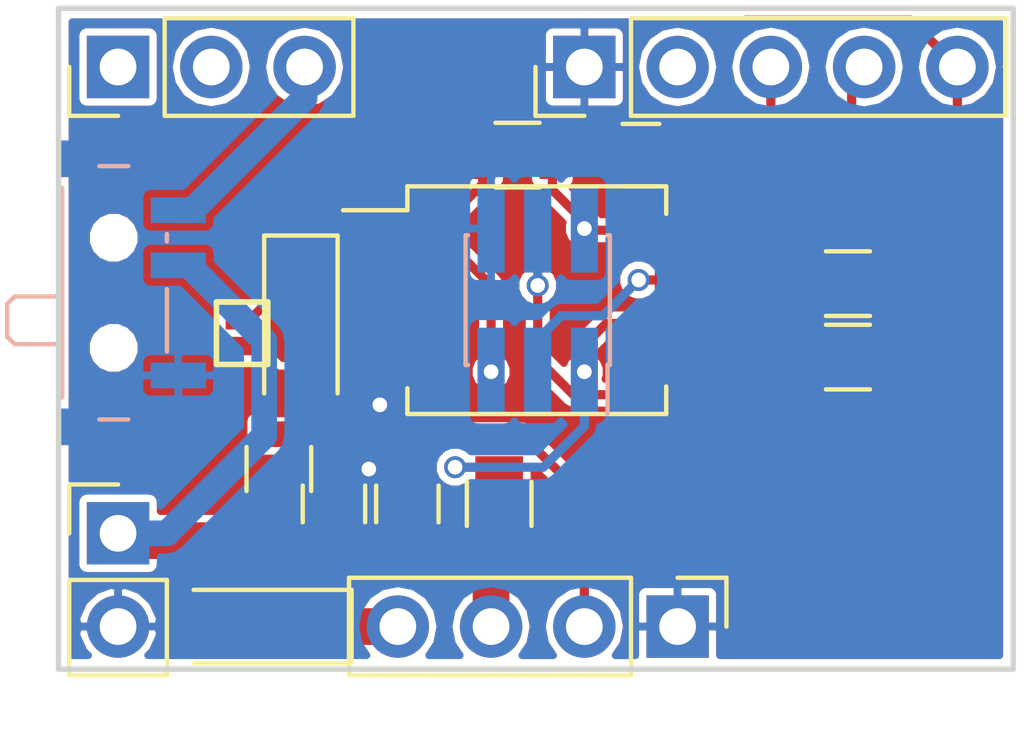
<source format=kicad_pcb>
(kicad_pcb (version 4) (host pcbnew 4.0.7)

  (general
    (links 42)
    (no_connects 0)
    (area 129.605 96.85238 160.885 120.245)
    (thickness 1.6)
    (drawings 4)
    (tracks 99)
    (zones 0)
    (modules 18)
    (nets 12)
  )

  (page A4)
  (layers
    (0 F.Cu signal)
    (31 B.Cu signal)
    (32 B.Adhes user)
    (33 F.Adhes user)
    (34 B.Paste user)
    (35 F.Paste user)
    (36 B.SilkS user)
    (37 F.SilkS user)
    (38 B.Mask user)
    (39 F.Mask user hide)
    (40 Dwgs.User user)
    (41 Cmts.User user)
    (42 Eco1.User user)
    (43 Eco2.User user hide)
    (44 Edge.Cuts user)
    (45 Margin user)
    (46 B.CrtYd user hide)
    (47 F.CrtYd user hide)
    (48 B.Fab user hide)
    (49 F.Fab user hide)
  )

  (setup
    (last_trace_width 0.25)
    (user_trace_width 0.4)
    (user_trace_width 0.5)
    (user_trace_width 0.7)
    (user_trace_width 0.8)
    (user_trace_width 0.9)
    (user_trace_width 1)
    (user_trace_width 6)
    (trace_clearance 0.2)
    (zone_clearance 0.2)
    (zone_45_only no)
    (trace_min 0.2)
    (segment_width 0.2)
    (edge_width 0.15)
    (via_size 0.6)
    (via_drill 0.4)
    (via_min_size 0.4)
    (via_min_drill 0.3)
    (uvia_size 0.3)
    (uvia_drill 0.1)
    (uvias_allowed no)
    (uvia_min_size 0.2)
    (uvia_min_drill 0.1)
    (pcb_text_width 0.3)
    (pcb_text_size 1.5 1.5)
    (mod_edge_width 0.15)
    (mod_text_size 1 1)
    (mod_text_width 0.15)
    (pad_size 1 0.8)
    (pad_drill 0)
    (pad_to_mask_clearance 0.2)
    (aux_axis_origin 159 100)
    (visible_elements 7FFFFF7F)
    (pcbplotparams
      (layerselection 0x010f0_80000001)
      (usegerberextensions true)
      (excludeedgelayer true)
      (linewidth 0.200000)
      (plotframeref false)
      (viasonmask false)
      (mode 1)
      (useauxorigin true)
      (hpglpennumber 1)
      (hpglpenspeed 20)
      (hpglpendiameter 15)
      (hpglpenoverlay 2)
      (psnegative false)
      (psa4output false)
      (plotreference false)
      (plotvalue false)
      (plotinvisibletext false)
      (padsonsilk false)
      (subtractmaskfromsilk false)
      (outputformat 1)
      (mirror false)
      (drillshape 0)
      (scaleselection 1)
      (outputdirectory gerbers/))
  )

  (net 0 "")
  (net 1 +3V3)
  (net 2 GND)
  (net 3 RST)
  (net 4 VCC)
  (net 5 VS)
  (net 6 SCL)
  (net 7 SDA)
  (net 8 DAT_AT)
  (net 9 DAT)
  (net 10 "Net-(D2-Pad1)")
  (net 11 "Net-(J2-Pad3)")

  (net_class Default "This is the default net class."
    (clearance 0.2)
    (trace_width 0.25)
    (via_dia 0.6)
    (via_drill 0.4)
    (uvia_dia 0.3)
    (uvia_drill 0.1)
    (add_net +3V3)
    (add_net DAT)
    (add_net DAT_AT)
    (add_net GND)
    (add_net "Net-(D2-Pad1)")
    (add_net "Net-(J2-Pad3)")
    (add_net RST)
    (add_net SCL)
    (add_net SDA)
    (add_net VCC)
    (add_net VS)
  )

  (module Capacitors_SMD:C_0805 (layer F.Cu) (tedit 5C3B5DF0) (tstamp 5C3B5992)
    (at 148.86 104 180)
    (descr "Capacitor SMD 0805, reflow soldering, AVX (see smccp.pdf)")
    (tags "capacitor 0805")
    (path /590E7763)
    (attr smd)
    (fp_text reference C1 (at 0 -1.5 180) (layer F.SilkS) hide
      (effects (font (size 1 1) (thickness 0.15)))
    )
    (fp_text value 100nF (at 0 1.75 180) (layer F.Fab)
      (effects (font (size 1 1) (thickness 0.15)))
    )
    (fp_text user %R (at 0 -1.5 180) (layer F.Fab)
      (effects (font (size 1 1) (thickness 0.15)))
    )
    (fp_line (start -1 0.62) (end -1 -0.62) (layer F.Fab) (width 0.1))
    (fp_line (start 1 0.62) (end -1 0.62) (layer F.Fab) (width 0.1))
    (fp_line (start 1 -0.62) (end 1 0.62) (layer F.Fab) (width 0.1))
    (fp_line (start -1 -0.62) (end 1 -0.62) (layer F.Fab) (width 0.1))
    (fp_line (start 0.5 -0.85) (end -0.5 -0.85) (layer F.SilkS) (width 0.12))
    (fp_line (start -0.5 0.85) (end 0.5 0.85) (layer F.SilkS) (width 0.12))
    (fp_line (start -1.75 -0.88) (end 1.75 -0.88) (layer F.CrtYd) (width 0.05))
    (fp_line (start -1.75 -0.88) (end -1.75 0.87) (layer F.CrtYd) (width 0.05))
    (fp_line (start 1.75 0.87) (end 1.75 -0.88) (layer F.CrtYd) (width 0.05))
    (fp_line (start 1.75 0.87) (end -1.75 0.87) (layer F.CrtYd) (width 0.05))
    (pad 1 smd rect (at -1 0 180) (size 1 1.25) (layers F.Cu F.Paste F.Mask)
      (net 1 +3V3))
    (pad 2 smd rect (at 1 0 180) (size 1 1.25) (layers F.Cu F.Paste F.Mask)
      (net 2 GND) (zone_connect 2))
    (model Capacitors_SMD.3dshapes/C_0805.wrl
      (at (xyz 0 0 0))
      (scale (xyz 1 1 1))
      (rotate (xyz 0 0 0))
    )
  )

  (module Capacitors_SMD:C_0805 (layer F.Cu) (tedit 5C3B5DE4) (tstamp 5C3B5998)
    (at 140.5 113.5 90)
    (descr "Capacitor SMD 0805, reflow soldering, AVX (see smccp.pdf)")
    (tags "capacitor 0805")
    (path /5C3B76D2)
    (attr smd)
    (fp_text reference C2 (at 0 -1.5 90) (layer F.SilkS) hide
      (effects (font (size 1 1) (thickness 0.15)))
    )
    (fp_text value 100nF (at 0 1.75 90) (layer F.Fab)
      (effects (font (size 1 1) (thickness 0.15)))
    )
    (fp_text user %R (at 0 -1.5 90) (layer F.Fab)
      (effects (font (size 1 1) (thickness 0.15)))
    )
    (fp_line (start -1 0.62) (end -1 -0.62) (layer F.Fab) (width 0.1))
    (fp_line (start 1 0.62) (end -1 0.62) (layer F.Fab) (width 0.1))
    (fp_line (start 1 -0.62) (end 1 0.62) (layer F.Fab) (width 0.1))
    (fp_line (start -1 -0.62) (end 1 -0.62) (layer F.Fab) (width 0.1))
    (fp_line (start 0.5 -0.85) (end -0.5 -0.85) (layer F.SilkS) (width 0.12))
    (fp_line (start -0.5 0.85) (end 0.5 0.85) (layer F.SilkS) (width 0.12))
    (fp_line (start -1.75 -0.88) (end 1.75 -0.88) (layer F.CrtYd) (width 0.05))
    (fp_line (start -1.75 -0.88) (end -1.75 0.87) (layer F.CrtYd) (width 0.05))
    (fp_line (start 1.75 0.87) (end 1.75 -0.88) (layer F.CrtYd) (width 0.05))
    (fp_line (start 1.75 0.87) (end -1.75 0.87) (layer F.CrtYd) (width 0.05))
    (pad 1 smd rect (at -1 0 90) (size 1 1.25) (layers F.Cu F.Paste F.Mask)
      (net 4 VCC))
    (pad 2 smd rect (at 1 0 90) (size 1 1.25) (layers F.Cu F.Paste F.Mask)
      (net 2 GND) (zone_connect 2))
    (model Capacitors_SMD.3dshapes/C_0805.wrl
      (at (xyz 0 0 0))
      (scale (xyz 1 1 1))
      (rotate (xyz 0 0 0))
    )
  )

  (module Capacitors_SMD:C_0805 (layer F.Cu) (tedit 5C3B5DE9) (tstamp 5C3B599E)
    (at 142.5 113.5 90)
    (descr "Capacitor SMD 0805, reflow soldering, AVX (see smccp.pdf)")
    (tags "capacitor 0805")
    (path /5C3B756F)
    (attr smd)
    (fp_text reference C3 (at 0 -1.5 90) (layer F.SilkS) hide
      (effects (font (size 1 1) (thickness 0.15)))
    )
    (fp_text value 10uF (at 0 1.75 90) (layer F.Fab)
      (effects (font (size 1 1) (thickness 0.15)))
    )
    (fp_text user %R (at 0 -1.5 90) (layer F.Fab)
      (effects (font (size 1 1) (thickness 0.15)))
    )
    (fp_line (start -1 0.62) (end -1 -0.62) (layer F.Fab) (width 0.1))
    (fp_line (start 1 0.62) (end -1 0.62) (layer F.Fab) (width 0.1))
    (fp_line (start 1 -0.62) (end 1 0.62) (layer F.Fab) (width 0.1))
    (fp_line (start -1 -0.62) (end 1 -0.62) (layer F.Fab) (width 0.1))
    (fp_line (start 0.5 -0.85) (end -0.5 -0.85) (layer F.SilkS) (width 0.12))
    (fp_line (start -0.5 0.85) (end 0.5 0.85) (layer F.SilkS) (width 0.12))
    (fp_line (start -1.75 -0.88) (end 1.75 -0.88) (layer F.CrtYd) (width 0.05))
    (fp_line (start -1.75 -0.88) (end -1.75 0.87) (layer F.CrtYd) (width 0.05))
    (fp_line (start 1.75 0.87) (end 1.75 -0.88) (layer F.CrtYd) (width 0.05))
    (fp_line (start 1.75 0.87) (end -1.75 0.87) (layer F.CrtYd) (width 0.05))
    (pad 1 smd rect (at -1 0 90) (size 1 1.25) (layers F.Cu F.Paste F.Mask)
      (net 4 VCC))
    (pad 2 smd rect (at 1 0 90) (size 1 1.25) (layers F.Cu F.Paste F.Mask)
      (net 2 GND) (zone_connect 2))
    (model Capacitors_SMD.3dshapes/C_0805.wrl
      (at (xyz 0 0 0))
      (scale (xyz 1 1 1))
      (rotate (xyz 0 0 0))
    )
  )

  (module Pin_Headers:Pin_Header_Straight_2x03_Pitch1.27mm_SMD (layer B.Cu) (tedit 5C3B59CD) (tstamp 5C3B59A8)
    (at 146.05 107.95 90)
    (descr "surface-mounted straight pin header, 2x03, 1.27mm pitch, double rows")
    (tags "Surface mounted pin header SMD 2x03 1.27mm double row")
    (path /5C3B5795)
    (attr smd)
    (fp_text reference CON1 (at 0 2.965 90) (layer B.SilkS) hide
      (effects (font (size 1 1) (thickness 0.15)) (justify mirror))
    )
    (fp_text value AVR-ISP-6 (at 0 -2.965 90) (layer B.Fab)
      (effects (font (size 1 1) (thickness 0.15)) (justify mirror))
    )
    (fp_line (start 1.705 -1.905) (end -1.705 -1.905) (layer B.Fab) (width 0.1))
    (fp_line (start -1.27 1.905) (end 1.705 1.905) (layer B.Fab) (width 0.1))
    (fp_line (start -1.705 -1.905) (end -1.705 1.47) (layer B.Fab) (width 0.1))
    (fp_line (start -1.705 1.47) (end -1.27 1.905) (layer B.Fab) (width 0.1))
    (fp_line (start 1.705 1.905) (end 1.705 -1.905) (layer B.Fab) (width 0.1))
    (fp_line (start -1.705 1.47) (end -2.75 1.47) (layer B.Fab) (width 0.1))
    (fp_line (start -2.75 1.47) (end -2.75 1.07) (layer B.Fab) (width 0.1))
    (fp_line (start -2.75 1.07) (end -1.705 1.07) (layer B.Fab) (width 0.1))
    (fp_line (start 1.705 1.47) (end 2.75 1.47) (layer B.Fab) (width 0.1))
    (fp_line (start 2.75 1.47) (end 2.75 1.07) (layer B.Fab) (width 0.1))
    (fp_line (start 2.75 1.07) (end 1.705 1.07) (layer B.Fab) (width 0.1))
    (fp_line (start -1.705 0.2) (end -2.75 0.2) (layer B.Fab) (width 0.1))
    (fp_line (start -2.75 0.2) (end -2.75 -0.2) (layer B.Fab) (width 0.1))
    (fp_line (start -2.75 -0.2) (end -1.705 -0.2) (layer B.Fab) (width 0.1))
    (fp_line (start 1.705 0.2) (end 2.75 0.2) (layer B.Fab) (width 0.1))
    (fp_line (start 2.75 0.2) (end 2.75 -0.2) (layer B.Fab) (width 0.1))
    (fp_line (start 2.75 -0.2) (end 1.705 -0.2) (layer B.Fab) (width 0.1))
    (fp_line (start -1.705 -1.07) (end -2.75 -1.07) (layer B.Fab) (width 0.1))
    (fp_line (start -2.75 -1.07) (end -2.75 -1.47) (layer B.Fab) (width 0.1))
    (fp_line (start -2.75 -1.47) (end -1.705 -1.47) (layer B.Fab) (width 0.1))
    (fp_line (start 1.705 -1.07) (end 2.75 -1.07) (layer B.Fab) (width 0.1))
    (fp_line (start 2.75 -1.07) (end 2.75 -1.47) (layer B.Fab) (width 0.1))
    (fp_line (start 2.75 -1.47) (end 1.705 -1.47) (layer B.Fab) (width 0.1))
    (fp_line (start -1.765 1.965) (end 1.765 1.965) (layer B.SilkS) (width 0.12))
    (fp_line (start -1.765 -1.965) (end 1.765 -1.965) (layer B.SilkS) (width 0.12))
    (fp_line (start -3.09 1.9) (end -1.765 1.9) (layer B.SilkS) (width 0.12))
    (fp_line (start -1.765 1.965) (end -1.765 1.9) (layer B.SilkS) (width 0.12))
    (fp_line (start 1.765 1.965) (end 1.765 1.9) (layer B.SilkS) (width 0.12))
    (fp_line (start -1.765 -1.9) (end -1.765 -1.965) (layer B.SilkS) (width 0.12))
    (fp_line (start 1.765 -1.9) (end 1.765 -1.965) (layer B.SilkS) (width 0.12))
    (fp_line (start -4.3 2.45) (end -4.3 -2.45) (layer B.CrtYd) (width 0.05))
    (fp_line (start -4.3 -2.45) (end 4.3 -2.45) (layer B.CrtYd) (width 0.05))
    (fp_line (start 4.3 -2.45) (end 4.3 2.45) (layer B.CrtYd) (width 0.05))
    (fp_line (start 4.3 2.45) (end -4.3 2.45) (layer B.CrtYd) (width 0.05))
    (fp_text user %R (at 0 0 360) (layer B.Fab)
      (effects (font (size 1 1) (thickness 0.15)) (justify mirror))
    )
    (pad 1 smd rect (at -1.95 1.27 90) (size 2.4 0.74) (layers B.Cu B.Paste B.Mask)
      (net 5 VS))
    (pad 2 smd rect (at 1.95 1.27 90) (size 2.4 0.74) (layers B.Cu B.Paste B.Mask)
      (net 1 +3V3))
    (pad 3 smd rect (at -1.95 0 90) (size 2.4 0.74) (layers B.Cu B.Paste B.Mask)
      (net 6 SCL))
    (pad 4 smd rect (at 1.95 0 90) (size 2.4 0.74) (layers B.Cu B.Paste B.Mask)
      (net 7 SDA))
    (pad 5 smd rect (at -1.95 -1.27 90) (size 2.4 0.74) (layers B.Cu B.Paste B.Mask)
      (net 3 RST))
    (pad 6 smd rect (at 1.95 -1.27 90) (size 2.4 0.74) (layers B.Cu B.Paste B.Mask)
      (net 2 GND))
    (model ${KISYS3DMOD}/Pin_Headers.3dshapes/Pin_Header_Straight_2x03_Pitch1.27mm_SMD.wrl
      (at (xyz 0 0 0))
      (scale (xyz 1 1 1))
      (rotate (xyz 0 0 0))
    )
  )

  (module Diodes_SMD:D_MiniMELF (layer F.Cu) (tedit 5C3B59E8) (tstamp 5C3B59AE)
    (at 139.6 108.74 270)
    (descr "Diode Mini-MELF")
    (tags "Diode Mini-MELF")
    (path /5C3B5ED2)
    (attr smd)
    (fp_text reference D1 (at 0 -2 270) (layer F.SilkS) hide
      (effects (font (size 1 1) (thickness 0.15)))
    )
    (fp_text value 1N4148 (at 0 1.75 270) (layer F.Fab)
      (effects (font (size 1 1) (thickness 0.15)))
    )
    (fp_text user %R (at 0 -2 270) (layer F.Fab)
      (effects (font (size 1 1) (thickness 0.15)))
    )
    (fp_line (start 1.75 -1) (end -2.55 -1) (layer F.SilkS) (width 0.12))
    (fp_line (start -2.55 -1) (end -2.55 1) (layer F.SilkS) (width 0.12))
    (fp_line (start -2.55 1) (end 1.75 1) (layer F.SilkS) (width 0.12))
    (fp_line (start 1.65 -0.8) (end 1.65 0.8) (layer F.Fab) (width 0.1))
    (fp_line (start 1.65 0.8) (end -1.65 0.8) (layer F.Fab) (width 0.1))
    (fp_line (start -1.65 0.8) (end -1.65 -0.8) (layer F.Fab) (width 0.1))
    (fp_line (start -1.65 -0.8) (end 1.65 -0.8) (layer F.Fab) (width 0.1))
    (fp_line (start 0.25 0) (end 0.75 0) (layer F.Fab) (width 0.1))
    (fp_line (start 0.25 0.4) (end -0.35 0) (layer F.Fab) (width 0.1))
    (fp_line (start 0.25 -0.4) (end 0.25 0.4) (layer F.Fab) (width 0.1))
    (fp_line (start -0.35 0) (end 0.25 -0.4) (layer F.Fab) (width 0.1))
    (fp_line (start -0.35 0) (end -0.35 0.55) (layer F.Fab) (width 0.1))
    (fp_line (start -0.35 0) (end -0.35 -0.55) (layer F.Fab) (width 0.1))
    (fp_line (start -0.75 0) (end -0.35 0) (layer F.Fab) (width 0.1))
    (fp_line (start -2.65 -1.1) (end 2.65 -1.1) (layer F.CrtYd) (width 0.05))
    (fp_line (start 2.65 -1.1) (end 2.65 1.1) (layer F.CrtYd) (width 0.05))
    (fp_line (start 2.65 1.1) (end -2.65 1.1) (layer F.CrtYd) (width 0.05))
    (fp_line (start -2.65 1.1) (end -2.65 -1.1) (layer F.CrtYd) (width 0.05))
    (pad 1 smd rect (at -1.75 0 270) (size 1.3 1.7) (layers F.Cu F.Paste F.Mask)
      (net 8 DAT_AT))
    (pad 2 smd rect (at 1.75 0 270) (size 1.3 1.7) (layers F.Cu F.Paste F.Mask)
      (net 9 DAT))
    (model ${KISYS3DMOD}/Diodes_SMD.3dshapes/D_MiniMELF.wrl
      (at (xyz 0 0 0))
      (scale (xyz 1 1 1))
      (rotate (xyz 0 0 0))
    )
  )

  (module Diodes_SMD:D_MiniMELF (layer F.Cu) (tedit 5C3B59F6) (tstamp 5C3B59B4)
    (at 138.43 116.84 180)
    (descr "Diode Mini-MELF")
    (tags "Diode Mini-MELF")
    (path /5C3B6AA4)
    (attr smd)
    (fp_text reference D2 (at 0 -2 180) (layer F.SilkS) hide
      (effects (font (size 1 1) (thickness 0.15)))
    )
    (fp_text value 1P_D (at 0 1.75 180) (layer F.Fab)
      (effects (font (size 1 1) (thickness 0.15)))
    )
    (fp_text user %R (at 0 -2 180) (layer F.Fab)
      (effects (font (size 1 1) (thickness 0.15)))
    )
    (fp_line (start 1.75 -1) (end -2.55 -1) (layer F.SilkS) (width 0.12))
    (fp_line (start -2.55 -1) (end -2.55 1) (layer F.SilkS) (width 0.12))
    (fp_line (start -2.55 1) (end 1.75 1) (layer F.SilkS) (width 0.12))
    (fp_line (start 1.65 -0.8) (end 1.65 0.8) (layer F.Fab) (width 0.1))
    (fp_line (start 1.65 0.8) (end -1.65 0.8) (layer F.Fab) (width 0.1))
    (fp_line (start -1.65 0.8) (end -1.65 -0.8) (layer F.Fab) (width 0.1))
    (fp_line (start -1.65 -0.8) (end 1.65 -0.8) (layer F.Fab) (width 0.1))
    (fp_line (start 0.25 0) (end 0.75 0) (layer F.Fab) (width 0.1))
    (fp_line (start 0.25 0.4) (end -0.35 0) (layer F.Fab) (width 0.1))
    (fp_line (start 0.25 -0.4) (end 0.25 0.4) (layer F.Fab) (width 0.1))
    (fp_line (start -0.35 0) (end 0.25 -0.4) (layer F.Fab) (width 0.1))
    (fp_line (start -0.35 0) (end -0.35 0.55) (layer F.Fab) (width 0.1))
    (fp_line (start -0.35 0) (end -0.35 -0.55) (layer F.Fab) (width 0.1))
    (fp_line (start -0.75 0) (end -0.35 0) (layer F.Fab) (width 0.1))
    (fp_line (start -2.65 -1.1) (end 2.65 -1.1) (layer F.CrtYd) (width 0.05))
    (fp_line (start 2.65 -1.1) (end 2.65 1.1) (layer F.CrtYd) (width 0.05))
    (fp_line (start 2.65 1.1) (end -2.65 1.1) (layer F.CrtYd) (width 0.05))
    (fp_line (start -2.65 1.1) (end -2.65 -1.1) (layer F.CrtYd) (width 0.05))
    (pad 1 smd rect (at -1.75 0 180) (size 1.3 1.7) (layers F.Cu F.Paste F.Mask)
      (net 10 "Net-(D2-Pad1)"))
    (pad 2 smd rect (at 1.75 0 180) (size 1.3 1.7) (layers F.Cu F.Paste F.Mask)
      (net 4 VCC))
    (model ${KISYS3DMOD}/Diodes_SMD.3dshapes/D_MiniMELF.wrl
      (at (xyz 0 0 0))
      (scale (xyz 1 1 1))
      (rotate (xyz 0 0 0))
    )
  )

  (module Pin_Headers:Pin_Header_Straight_1x05_Pitch2.54mm (layer F.Cu) (tedit 5C3B59B4) (tstamp 5C3B59BD)
    (at 147.32 101.6 90)
    (descr "Through hole straight pin header, 1x05, 2.54mm pitch, single row")
    (tags "Through hole pin header THT 1x05 2.54mm single row")
    (path /5C3B551E)
    (fp_text reference J1 (at 0 -2.33 90) (layer F.SilkS) hide
      (effects (font (size 1 1) (thickness 0.15)))
    )
    (fp_text value Conn_01x05 (at 0 12.49 90) (layer F.Fab)
      (effects (font (size 1 1) (thickness 0.15)))
    )
    (fp_line (start -0.635 -1.27) (end 1.27 -1.27) (layer F.Fab) (width 0.1))
    (fp_line (start 1.27 -1.27) (end 1.27 11.43) (layer F.Fab) (width 0.1))
    (fp_line (start 1.27 11.43) (end -1.27 11.43) (layer F.Fab) (width 0.1))
    (fp_line (start -1.27 11.43) (end -1.27 -0.635) (layer F.Fab) (width 0.1))
    (fp_line (start -1.27 -0.635) (end -0.635 -1.27) (layer F.Fab) (width 0.1))
    (fp_line (start -1.33 11.49) (end 1.33 11.49) (layer F.SilkS) (width 0.12))
    (fp_line (start -1.33 1.27) (end -1.33 11.49) (layer F.SilkS) (width 0.12))
    (fp_line (start 1.33 1.27) (end 1.33 11.49) (layer F.SilkS) (width 0.12))
    (fp_line (start -1.33 1.27) (end 1.33 1.27) (layer F.SilkS) (width 0.12))
    (fp_line (start -1.33 0) (end -1.33 -1.33) (layer F.SilkS) (width 0.12))
    (fp_line (start -1.33 -1.33) (end 0 -1.33) (layer F.SilkS) (width 0.12))
    (fp_line (start -1.8 -1.8) (end -1.8 11.95) (layer F.CrtYd) (width 0.05))
    (fp_line (start -1.8 11.95) (end 1.8 11.95) (layer F.CrtYd) (width 0.05))
    (fp_line (start 1.8 11.95) (end 1.8 -1.8) (layer F.CrtYd) (width 0.05))
    (fp_line (start 1.8 -1.8) (end -1.8 -1.8) (layer F.CrtYd) (width 0.05))
    (fp_text user %R (at 0 5.08 180) (layer F.Fab)
      (effects (font (size 1 1) (thickness 0.15)))
    )
    (pad 1 thru_hole rect (at 0 0 90) (size 1.7 1.7) (drill 1) (layers *.Cu *.Mask)
      (net 2 GND))
    (pad 2 thru_hole oval (at 0 2.54 90) (size 1.7 1.7) (drill 1) (layers *.Cu *.Mask))
    (pad 3 thru_hole oval (at 0 5.08 90) (size 1.7 1.7) (drill 1) (layers *.Cu *.Mask)
      (net 6 SCL))
    (pad 4 thru_hole oval (at 0 7.62 90) (size 1.7 1.7) (drill 1) (layers *.Cu *.Mask)
      (net 7 SDA))
    (pad 5 thru_hole oval (at 0 10.16 90) (size 1.7 1.7) (drill 1) (layers *.Cu *.Mask)
      (net 1 +3V3))
    (model ${KISYS3DMOD}/Pin_Headers.3dshapes/Pin_Header_Straight_1x05_Pitch2.54mm.wrl
      (at (xyz 0 0 0))
      (scale (xyz 1 1 1))
      (rotate (xyz 0 0 0))
    )
  )

  (module Pin_Headers:Pin_Header_Straight_1x03_Pitch2.54mm (layer F.Cu) (tedit 5C3B59B2) (tstamp 5C3B59C4)
    (at 134.62 101.6 90)
    (descr "Through hole straight pin header, 1x03, 2.54mm pitch, single row")
    (tags "Through hole pin header THT 1x03 2.54mm single row")
    (path /5C3B6F9F)
    (fp_text reference J2 (at 0 -2.33 90) (layer F.SilkS) hide
      (effects (font (size 1 1) (thickness 0.15)))
    )
    (fp_text value Conn_01x03 (at 0 7.41 90) (layer F.Fab)
      (effects (font (size 1 1) (thickness 0.15)))
    )
    (fp_line (start -0.635 -1.27) (end 1.27 -1.27) (layer F.Fab) (width 0.1))
    (fp_line (start 1.27 -1.27) (end 1.27 6.35) (layer F.Fab) (width 0.1))
    (fp_line (start 1.27 6.35) (end -1.27 6.35) (layer F.Fab) (width 0.1))
    (fp_line (start -1.27 6.35) (end -1.27 -0.635) (layer F.Fab) (width 0.1))
    (fp_line (start -1.27 -0.635) (end -0.635 -1.27) (layer F.Fab) (width 0.1))
    (fp_line (start -1.33 6.41) (end 1.33 6.41) (layer F.SilkS) (width 0.12))
    (fp_line (start -1.33 1.27) (end -1.33 6.41) (layer F.SilkS) (width 0.12))
    (fp_line (start 1.33 1.27) (end 1.33 6.41) (layer F.SilkS) (width 0.12))
    (fp_line (start -1.33 1.27) (end 1.33 1.27) (layer F.SilkS) (width 0.12))
    (fp_line (start -1.33 0) (end -1.33 -1.33) (layer F.SilkS) (width 0.12))
    (fp_line (start -1.33 -1.33) (end 0 -1.33) (layer F.SilkS) (width 0.12))
    (fp_line (start -1.8 -1.8) (end -1.8 6.85) (layer F.CrtYd) (width 0.05))
    (fp_line (start -1.8 6.85) (end 1.8 6.85) (layer F.CrtYd) (width 0.05))
    (fp_line (start 1.8 6.85) (end 1.8 -1.8) (layer F.CrtYd) (width 0.05))
    (fp_line (start 1.8 -1.8) (end -1.8 -1.8) (layer F.CrtYd) (width 0.05))
    (fp_text user %R (at 0 2.54 180) (layer F.Fab)
      (effects (font (size 1 1) (thickness 0.15)))
    )
    (pad 1 thru_hole rect (at 0 0 90) (size 1.7 1.7) (drill 1) (layers *.Cu *.Mask))
    (pad 2 thru_hole oval (at 0 2.54 90) (size 1.7 1.7) (drill 1) (layers *.Cu *.Mask))
    (pad 3 thru_hole oval (at 0 5.08 90) (size 1.7 1.7) (drill 1) (layers *.Cu *.Mask)
      (net 11 "Net-(J2-Pad3)"))
    (model ${KISYS3DMOD}/Pin_Headers.3dshapes/Pin_Header_Straight_1x03_Pitch2.54mm.wrl
      (at (xyz 0 0 0))
      (scale (xyz 1 1 1))
      (rotate (xyz 0 0 0))
    )
  )

  (module Pin_Headers:Pin_Header_Straight_1x02_Pitch2.54mm (layer F.Cu) (tedit 5C3B59B8) (tstamp 5C3B59CA)
    (at 134.62 114.3)
    (descr "Through hole straight pin header, 1x02, 2.54mm pitch, single row")
    (tags "Through hole pin header THT 1x02 2.54mm single row")
    (path /5C3B738C)
    (fp_text reference J3 (at 0 -2.33) (layer F.SilkS) hide
      (effects (font (size 1 1) (thickness 0.15)))
    )
    (fp_text value POWER (at 0 4.87) (layer F.Fab)
      (effects (font (size 1 1) (thickness 0.15)))
    )
    (fp_line (start -0.635 -1.27) (end 1.27 -1.27) (layer F.Fab) (width 0.1))
    (fp_line (start 1.27 -1.27) (end 1.27 3.81) (layer F.Fab) (width 0.1))
    (fp_line (start 1.27 3.81) (end -1.27 3.81) (layer F.Fab) (width 0.1))
    (fp_line (start -1.27 3.81) (end -1.27 -0.635) (layer F.Fab) (width 0.1))
    (fp_line (start -1.27 -0.635) (end -0.635 -1.27) (layer F.Fab) (width 0.1))
    (fp_line (start -1.33 3.87) (end 1.33 3.87) (layer F.SilkS) (width 0.12))
    (fp_line (start -1.33 1.27) (end -1.33 3.87) (layer F.SilkS) (width 0.12))
    (fp_line (start 1.33 1.27) (end 1.33 3.87) (layer F.SilkS) (width 0.12))
    (fp_line (start -1.33 1.27) (end 1.33 1.27) (layer F.SilkS) (width 0.12))
    (fp_line (start -1.33 0) (end -1.33 -1.33) (layer F.SilkS) (width 0.12))
    (fp_line (start -1.33 -1.33) (end 0 -1.33) (layer F.SilkS) (width 0.12))
    (fp_line (start -1.8 -1.8) (end -1.8 4.35) (layer F.CrtYd) (width 0.05))
    (fp_line (start -1.8 4.35) (end 1.8 4.35) (layer F.CrtYd) (width 0.05))
    (fp_line (start 1.8 4.35) (end 1.8 -1.8) (layer F.CrtYd) (width 0.05))
    (fp_line (start 1.8 -1.8) (end -1.8 -1.8) (layer F.CrtYd) (width 0.05))
    (fp_text user %R (at 0 1.27 90) (layer F.Fab)
      (effects (font (size 1 1) (thickness 0.15)))
    )
    (pad 1 thru_hole rect (at 0 0) (size 1.7 1.7) (drill 1) (layers *.Cu *.Mask)
      (net 4 VCC))
    (pad 2 thru_hole oval (at 0 2.54) (size 1.7 1.7) (drill 1) (layers *.Cu *.Mask)
      (net 2 GND))
    (model ${KISYS3DMOD}/Pin_Headers.3dshapes/Pin_Header_Straight_1x02_Pitch2.54mm.wrl
      (at (xyz 0 0 0))
      (scale (xyz 1 1 1))
      (rotate (xyz 0 0 0))
    )
  )

  (module Pin_Headers:Pin_Header_Straight_1x04_Pitch2.54mm (layer F.Cu) (tedit 5C3B5A8A) (tstamp 5C3B59D2)
    (at 149.86 116.84 270)
    (descr "Through hole straight pin header, 1x04, 2.54mm pitch, single row")
    (tags "Through hole pin header THT 1x04 2.54mm single row")
    (path /5C3B687F)
    (fp_text reference J4 (at 0 -2.33 270) (layer F.SilkS) hide
      (effects (font (size 1 1) (thickness 0.15)))
    )
    (fp_text value WS2812 (at 0 9.95 270) (layer F.Fab)
      (effects (font (size 1 1) (thickness 0.15)))
    )
    (fp_line (start -0.635 -1.27) (end 1.27 -1.27) (layer F.Fab) (width 0.1))
    (fp_line (start 1.27 -1.27) (end 1.27 8.89) (layer F.Fab) (width 0.1))
    (fp_line (start 1.27 8.89) (end -1.27 8.89) (layer F.Fab) (width 0.1))
    (fp_line (start -1.27 8.89) (end -1.27 -0.635) (layer F.Fab) (width 0.1))
    (fp_line (start -1.27 -0.635) (end -0.635 -1.27) (layer F.Fab) (width 0.1))
    (fp_line (start -1.33 8.95) (end 1.33 8.95) (layer F.SilkS) (width 0.12))
    (fp_line (start -1.33 1.27) (end -1.33 8.95) (layer F.SilkS) (width 0.12))
    (fp_line (start 1.33 1.27) (end 1.33 8.95) (layer F.SilkS) (width 0.12))
    (fp_line (start -1.33 1.27) (end 1.33 1.27) (layer F.SilkS) (width 0.12))
    (fp_line (start -1.33 0) (end -1.33 -1.33) (layer F.SilkS) (width 0.12))
    (fp_line (start -1.33 -1.33) (end 0 -1.33) (layer F.SilkS) (width 0.12))
    (fp_line (start -1.8 -1.8) (end -1.8 9.4) (layer F.CrtYd) (width 0.05))
    (fp_line (start -1.8 9.4) (end 1.8 9.4) (layer F.CrtYd) (width 0.05))
    (fp_line (start 1.8 9.4) (end 1.8 -1.8) (layer F.CrtYd) (width 0.05))
    (fp_line (start 1.8 -1.8) (end -1.8 -1.8) (layer F.CrtYd) (width 0.05))
    (fp_text user %R (at 0 3.81 360) (layer F.Fab)
      (effects (font (size 1 1) (thickness 0.15)))
    )
    (pad 1 thru_hole rect (at 0 0 270) (size 1.7 1.7) (drill 1) (layers *.Cu *.Mask)
      (net 2 GND))
    (pad 2 thru_hole oval (at 0 2.54 270) (size 1.7 1.7) (drill 1) (layers *.Cu *.Mask)
      (net 9 DAT))
    (pad 3 thru_hole oval (at 0 5.08 270) (size 1.7 1.7) (drill 1) (layers *.Cu *.Mask)
      (net 4 VCC))
    (pad 4 thru_hole oval (at 0 7.62 270) (size 1.7 1.7) (drill 1) (layers *.Cu *.Mask)
      (net 10 "Net-(D2-Pad1)"))
    (model ${KISYS3DMOD}/Pin_Headers.3dshapes/Pin_Header_Straight_1x04_Pitch2.54mm.wrl
      (at (xyz 0 0 0))
      (scale (xyz 1 1 1))
      (rotate (xyz 0 0 0))
    )
  )

  (module footprints:GS2_SMALL (layer F.Cu) (tedit 5C3B59C7) (tstamp 5C3B59D8)
    (at 138 108.5 180)
    (descr "3-pin solder bridge")
    (tags "solder bridge")
    (path /5C3B61D0)
    (attr smd)
    (fp_text reference JP1 (at -1.8 -0.3 450) (layer F.SilkS) hide
      (effects (font (size 1 1) (thickness 0.15)))
    )
    (fp_text value Jumper (at 0 -2.6 270) (layer F.SilkS) hide
      (effects (font (size 1 1) (thickness 0.15)))
    )
    (fp_line (start -1 -1.5) (end -1 0.8) (layer F.CrtYd) (width 0.15))
    (fp_line (start 1 0.8) (end 1 -1.5) (layer F.CrtYd) (width 0.15))
    (fp_line (start 1 0.8) (end -1 0.8) (layer F.CrtYd) (width 0.15))
    (fp_line (start 0.7 0.5) (end 0.7 -1.2) (layer F.SilkS) (width 0.15))
    (fp_line (start -0.7 0.5) (end 0.7 0.5) (layer F.SilkS) (width 0.15))
    (fp_line (start -0.7 -1.2) (end -0.7 0.5) (layer F.SilkS) (width 0.15))
    (fp_line (start -0.7 0.5) (end 0.7 0.5) (layer F.SilkS) (width 0.15))
    (fp_line (start -1 -1.5) (end 1 -1.5) (layer F.CrtYd) (width 0.15))
    (fp_line (start -0.7 -1.2) (end 0.7 -1.2) (layer F.SilkS) (width 0.15))
    (pad 1 smd rect (at 0 -0.7 180) (size 0.9 0.5) (layers F.Cu F.Paste F.Mask)
      (net 9 DAT))
    (pad 2 smd rect (at 0 0 180) (size 0.9 0.5) (layers F.Cu F.Paste F.Mask)
      (net 8 DAT_AT))
  )

  (module Resistors_SMD:R_0805 (layer F.Cu) (tedit 5C3B59F8) (tstamp 5C3B59DE)
    (at 139 112.55 270)
    (descr "Resistor SMD 0805, reflow soldering, Vishay (see dcrcw.pdf)")
    (tags "resistor 0805")
    (path /5C3B5B56)
    (attr smd)
    (fp_text reference R1 (at 0 -1.65 270) (layer F.SilkS) hide
      (effects (font (size 1 1) (thickness 0.15)))
    )
    (fp_text value 1K (at 0 1.75 270) (layer F.Fab)
      (effects (font (size 1 1) (thickness 0.15)))
    )
    (fp_text user %R (at 0 0 270) (layer F.Fab)
      (effects (font (size 0.5 0.5) (thickness 0.075)))
    )
    (fp_line (start -1 0.62) (end -1 -0.62) (layer F.Fab) (width 0.1))
    (fp_line (start 1 0.62) (end -1 0.62) (layer F.Fab) (width 0.1))
    (fp_line (start 1 -0.62) (end 1 0.62) (layer F.Fab) (width 0.1))
    (fp_line (start -1 -0.62) (end 1 -0.62) (layer F.Fab) (width 0.1))
    (fp_line (start 0.6 0.88) (end -0.6 0.88) (layer F.SilkS) (width 0.12))
    (fp_line (start -0.6 -0.88) (end 0.6 -0.88) (layer F.SilkS) (width 0.12))
    (fp_line (start -1.55 -0.9) (end 1.55 -0.9) (layer F.CrtYd) (width 0.05))
    (fp_line (start -1.55 -0.9) (end -1.55 0.9) (layer F.CrtYd) (width 0.05))
    (fp_line (start 1.55 0.9) (end 1.55 -0.9) (layer F.CrtYd) (width 0.05))
    (fp_line (start 1.55 0.9) (end -1.55 0.9) (layer F.CrtYd) (width 0.05))
    (pad 1 smd rect (at -0.95 0 270) (size 0.7 1.3) (layers F.Cu F.Paste F.Mask)
      (net 9 DAT))
    (pad 2 smd rect (at 0.95 0 270) (size 0.7 1.3) (layers F.Cu F.Paste F.Mask)
      (net 4 VCC))
    (model ${KISYS3DMOD}/Resistors_SMD.3dshapes/R_0805.wrl
      (at (xyz 0 0 0))
      (scale (xyz 1 1 1))
      (rotate (xyz 0 0 0))
    )
  )

  (module Resistors_SMD:R_0805 (layer F.Cu) (tedit 5C3B59FA) (tstamp 5C3B59E4)
    (at 145 113.5 270)
    (descr "Resistor SMD 0805, reflow soldering, Vishay (see dcrcw.pdf)")
    (tags "resistor 0805")
    (path /5C3B6607)
    (attr smd)
    (fp_text reference R2 (at 0 -1.65 270) (layer F.SilkS) hide
      (effects (font (size 1 1) (thickness 0.15)))
    )
    (fp_text value 1K (at 0 1.75 270) (layer F.Fab)
      (effects (font (size 1 1) (thickness 0.15)))
    )
    (fp_text user %R (at 0 0 270) (layer F.Fab)
      (effects (font (size 0.5 0.5) (thickness 0.075)))
    )
    (fp_line (start -1 0.62) (end -1 -0.62) (layer F.Fab) (width 0.1))
    (fp_line (start 1 0.62) (end -1 0.62) (layer F.Fab) (width 0.1))
    (fp_line (start 1 -0.62) (end 1 0.62) (layer F.Fab) (width 0.1))
    (fp_line (start -1 -0.62) (end 1 -0.62) (layer F.Fab) (width 0.1))
    (fp_line (start 0.6 0.88) (end -0.6 0.88) (layer F.SilkS) (width 0.12))
    (fp_line (start -0.6 -0.88) (end 0.6 -0.88) (layer F.SilkS) (width 0.12))
    (fp_line (start -1.55 -0.9) (end 1.55 -0.9) (layer F.CrtYd) (width 0.05))
    (fp_line (start -1.55 -0.9) (end -1.55 0.9) (layer F.CrtYd) (width 0.05))
    (fp_line (start 1.55 0.9) (end 1.55 -0.9) (layer F.CrtYd) (width 0.05))
    (fp_line (start 1.55 0.9) (end -1.55 0.9) (layer F.CrtYd) (width 0.05))
    (pad 1 smd rect (at -0.95 0 270) (size 0.7 1.3) (layers F.Cu F.Paste F.Mask)
      (net 5 VS))
    (pad 2 smd rect (at 0.95 0 270) (size 0.7 1.3) (layers F.Cu F.Paste F.Mask)
      (net 4 VCC))
    (model ${KISYS3DMOD}/Resistors_SMD.3dshapes/R_0805.wrl
      (at (xyz 0 0 0))
      (scale (xyz 1 1 1))
      (rotate (xyz 0 0 0))
    )
  )

  (module Resistors_SMD:R_0805 (layer F.Cu) (tedit 5C3B59FF) (tstamp 5C3B59EA)
    (at 154.5 107.5)
    (descr "Resistor SMD 0805, reflow soldering, Vishay (see dcrcw.pdf)")
    (tags "resistor 0805")
    (path /5C3B5BB6)
    (attr smd)
    (fp_text reference R3 (at 0 -1.65) (layer F.SilkS) hide
      (effects (font (size 1 1) (thickness 0.15)))
    )
    (fp_text value 10K (at 0 1.75) (layer F.Fab)
      (effects (font (size 1 1) (thickness 0.15)))
    )
    (fp_text user %R (at 0 0) (layer F.Fab)
      (effects (font (size 0.5 0.5) (thickness 0.075)))
    )
    (fp_line (start -1 0.62) (end -1 -0.62) (layer F.Fab) (width 0.1))
    (fp_line (start 1 0.62) (end -1 0.62) (layer F.Fab) (width 0.1))
    (fp_line (start 1 -0.62) (end 1 0.62) (layer F.Fab) (width 0.1))
    (fp_line (start -1 -0.62) (end 1 -0.62) (layer F.Fab) (width 0.1))
    (fp_line (start 0.6 0.88) (end -0.6 0.88) (layer F.SilkS) (width 0.12))
    (fp_line (start -0.6 -0.88) (end 0.6 -0.88) (layer F.SilkS) (width 0.12))
    (fp_line (start -1.55 -0.9) (end 1.55 -0.9) (layer F.CrtYd) (width 0.05))
    (fp_line (start -1.55 -0.9) (end -1.55 0.9) (layer F.CrtYd) (width 0.05))
    (fp_line (start 1.55 0.9) (end 1.55 -0.9) (layer F.CrtYd) (width 0.05))
    (fp_line (start 1.55 0.9) (end -1.55 0.9) (layer F.CrtYd) (width 0.05))
    (pad 1 smd rect (at -0.95 0) (size 0.7 1.3) (layers F.Cu F.Paste F.Mask)
      (net 6 SCL))
    (pad 2 smd rect (at 0.95 0) (size 0.7 1.3) (layers F.Cu F.Paste F.Mask)
      (net 1 +3V3))
    (model ${KISYS3DMOD}/Resistors_SMD.3dshapes/R_0805.wrl
      (at (xyz 0 0 0))
      (scale (xyz 1 1 1))
      (rotate (xyz 0 0 0))
    )
  )

  (module Resistors_SMD:R_0805 (layer F.Cu) (tedit 5C3B5A01) (tstamp 5C3B59F0)
    (at 145.5 104)
    (descr "Resistor SMD 0805, reflow soldering, Vishay (see dcrcw.pdf)")
    (tags "resistor 0805")
    (path /5C3B6352)
    (attr smd)
    (fp_text reference R4 (at 0 -1.65) (layer F.SilkS) hide
      (effects (font (size 1 1) (thickness 0.15)))
    )
    (fp_text value 10K (at 0 1.75) (layer F.Fab)
      (effects (font (size 1 1) (thickness 0.15)))
    )
    (fp_text user %R (at 0 0) (layer F.Fab)
      (effects (font (size 0.5 0.5) (thickness 0.075)))
    )
    (fp_line (start -1 0.62) (end -1 -0.62) (layer F.Fab) (width 0.1))
    (fp_line (start 1 0.62) (end -1 0.62) (layer F.Fab) (width 0.1))
    (fp_line (start 1 -0.62) (end 1 0.62) (layer F.Fab) (width 0.1))
    (fp_line (start -1 -0.62) (end 1 -0.62) (layer F.Fab) (width 0.1))
    (fp_line (start 0.6 0.88) (end -0.6 0.88) (layer F.SilkS) (width 0.12))
    (fp_line (start -0.6 -0.88) (end 0.6 -0.88) (layer F.SilkS) (width 0.12))
    (fp_line (start -1.55 -0.9) (end 1.55 -0.9) (layer F.CrtYd) (width 0.05))
    (fp_line (start -1.55 -0.9) (end -1.55 0.9) (layer F.CrtYd) (width 0.05))
    (fp_line (start 1.55 0.9) (end 1.55 -0.9) (layer F.CrtYd) (width 0.05))
    (fp_line (start 1.55 0.9) (end -1.55 0.9) (layer F.CrtYd) (width 0.05))
    (pad 1 smd rect (at -0.95 0) (size 0.7 1.3) (layers F.Cu F.Paste F.Mask)
      (net 3 RST))
    (pad 2 smd rect (at 0.95 0) (size 0.7 1.3) (layers F.Cu F.Paste F.Mask)
      (net 1 +3V3))
    (model ${KISYS3DMOD}/Resistors_SMD.3dshapes/R_0805.wrl
      (at (xyz 0 0 0))
      (scale (xyz 1 1 1))
      (rotate (xyz 0 0 0))
    )
  )

  (module Resistors_SMD:R_0805 (layer F.Cu) (tedit 5C3B5A03) (tstamp 5C3B59F6)
    (at 154.5 109.5)
    (descr "Resistor SMD 0805, reflow soldering, Vishay (see dcrcw.pdf)")
    (tags "resistor 0805")
    (path /5C3B6384)
    (attr smd)
    (fp_text reference R5 (at 0 -1.65) (layer F.SilkS) hide
      (effects (font (size 1 1) (thickness 0.15)))
    )
    (fp_text value 10K (at 0 1.75) (layer F.Fab)
      (effects (font (size 1 1) (thickness 0.15)))
    )
    (fp_text user %R (at 0 0) (layer F.Fab)
      (effects (font (size 0.5 0.5) (thickness 0.075)))
    )
    (fp_line (start -1 0.62) (end -1 -0.62) (layer F.Fab) (width 0.1))
    (fp_line (start 1 0.62) (end -1 0.62) (layer F.Fab) (width 0.1))
    (fp_line (start 1 -0.62) (end 1 0.62) (layer F.Fab) (width 0.1))
    (fp_line (start -1 -0.62) (end 1 -0.62) (layer F.Fab) (width 0.1))
    (fp_line (start 0.6 0.88) (end -0.6 0.88) (layer F.SilkS) (width 0.12))
    (fp_line (start -0.6 -0.88) (end 0.6 -0.88) (layer F.SilkS) (width 0.12))
    (fp_line (start -1.55 -0.9) (end 1.55 -0.9) (layer F.CrtYd) (width 0.05))
    (fp_line (start -1.55 -0.9) (end -1.55 0.9) (layer F.CrtYd) (width 0.05))
    (fp_line (start 1.55 0.9) (end 1.55 -0.9) (layer F.CrtYd) (width 0.05))
    (fp_line (start 1.55 0.9) (end -1.55 0.9) (layer F.CrtYd) (width 0.05))
    (pad 1 smd rect (at -0.95 0) (size 0.7 1.3) (layers F.Cu F.Paste F.Mask)
      (net 7 SDA))
    (pad 2 smd rect (at 0.95 0) (size 0.7 1.3) (layers F.Cu F.Paste F.Mask)
      (net 1 +3V3))
    (model ${KISYS3DMOD}/Resistors_SMD.3dshapes/R_0805.wrl
      (at (xyz 0 0 0))
      (scale (xyz 1 1 1))
      (rotate (xyz 0 0 0))
    )
  )

  (module Buttons_Switches_SMD:SW_SPDT_PCM12 (layer B.Cu) (tedit 5C3B5E57) (tstamp 5C3B5A03)
    (at 134.83 107.75 90)
    (descr "Ultraminiature Surface Mount Slide Switch")
    (path /5C3B71E5)
    (attr smd)
    (fp_text reference SW1 (at 0 3.2 90) (layer B.SilkS) hide
      (effects (font (size 1 1) (thickness 0.15)) (justify mirror))
    )
    (fp_text value Slide_SPST_23 (at 0 -4.25 90) (layer B.Fab)
      (effects (font (size 1 1) (thickness 0.15)) (justify mirror))
    )
    (fp_text user %R (at 0 3.2 90) (layer B.Fab)
      (effects (font (size 1 1) (thickness 0.15)) (justify mirror))
    )
    (fp_line (start -1.4 -1.65) (end -1.4 -2.95) (layer B.Fab) (width 0.1))
    (fp_line (start -1.4 -2.95) (end -1.2 -3.15) (layer B.Fab) (width 0.1))
    (fp_line (start -1.2 -3.15) (end -0.35 -3.15) (layer B.Fab) (width 0.1))
    (fp_line (start -0.35 -3.15) (end -0.15 -2.95) (layer B.Fab) (width 0.1))
    (fp_line (start -0.15 -2.95) (end -0.1 -2.9) (layer B.Fab) (width 0.1))
    (fp_line (start -0.1 -2.9) (end -0.1 -1.6) (layer B.Fab) (width 0.1))
    (fp_line (start -3.35 1) (end -3.35 -1.6) (layer B.Fab) (width 0.1))
    (fp_line (start -3.35 -1.6) (end 3.35 -1.6) (layer B.Fab) (width 0.1))
    (fp_line (start 3.35 -1.6) (end 3.35 1) (layer B.Fab) (width 0.1))
    (fp_line (start 3.35 1) (end -3.35 1) (layer B.Fab) (width 0.1))
    (fp_line (start 1.4 1.12) (end 1.6 1.12) (layer B.SilkS) (width 0.12))
    (fp_line (start -4.4 2.45) (end 4.4 2.45) (layer B.CrtYd) (width 0.05))
    (fp_line (start 4.4 2.45) (end 4.4 -2.1) (layer B.CrtYd) (width 0.05))
    (fp_line (start 4.4 -2.1) (end 1.65 -2.1) (layer B.CrtYd) (width 0.05))
    (fp_line (start 1.65 -2.1) (end 1.65 -3.4) (layer B.CrtYd) (width 0.05))
    (fp_line (start 1.65 -3.4) (end -1.65 -3.4) (layer B.CrtYd) (width 0.05))
    (fp_line (start -1.65 -3.4) (end -1.65 -2.1) (layer B.CrtYd) (width 0.05))
    (fp_line (start -1.65 -2.1) (end -4.4 -2.1) (layer B.CrtYd) (width 0.05))
    (fp_line (start -4.4 -2.1) (end -4.4 2.45) (layer B.CrtYd) (width 0.05))
    (fp_line (start -1.4 -3.02) (end -1.2 -3.23) (layer B.SilkS) (width 0.12))
    (fp_line (start -0.1 -3.02) (end -0.3 -3.23) (layer B.SilkS) (width 0.12))
    (fp_line (start -1.4 -1.73) (end -1.4 -3.02) (layer B.SilkS) (width 0.12))
    (fp_line (start -1.2 -3.23) (end -0.3 -3.23) (layer B.SilkS) (width 0.12))
    (fp_line (start -0.1 -3.02) (end -0.1 -1.73) (layer B.SilkS) (width 0.12))
    (fp_line (start -2.85 -1.73) (end 2.85 -1.73) (layer B.SilkS) (width 0.12))
    (fp_line (start -1.6 1.12) (end 0.1 1.12) (layer B.SilkS) (width 0.12))
    (fp_line (start -3.45 0.07) (end -3.45 -0.72) (layer B.SilkS) (width 0.12))
    (fp_line (start 3.45 -0.72) (end 3.45 0.07) (layer B.SilkS) (width 0.12))
    (pad "" np_thru_hole circle (at -1.5 -0.33 90) (size 0.9 0.9) (drill 0.9) (layers *.Cu *.Mask))
    (pad "" np_thru_hole circle (at 1.5 -0.33 90) (size 0.9 0.9) (drill 0.9) (layers *.Cu *.Mask))
    (pad 1 smd rect (at -2.25 1.43 90) (size 0.7 1.5) (layers B.Cu B.Paste B.Mask)
      (net 2 GND))
    (pad 2 smd rect (at 0.75 1.43 90) (size 0.7 1.5) (layers B.Cu B.Paste B.Mask)
      (net 4 VCC))
    (pad 3 smd rect (at 2.25 1.43 90) (size 0.7 1.5) (layers B.Cu B.Paste B.Mask)
      (net 11 "Net-(J2-Pad3)"))
    (pad "" smd rect (at -3.65 -1.43 90) (size 1 0.8) (layers B.Cu B.Paste B.Mask)
      (net 2 GND) (zone_connect 2))
    (pad "" smd rect (at 3.65 -1.43 90) (size 1 0.8) (layers B.Cu B.Paste B.Mask)
      (net 2 GND) (zone_connect 2))
    (pad "" smd rect (at 3.65 0.78 90) (size 1 0.8) (layers B.Cu B.Paste B.Mask)
      (net 2 GND) (zone_connect 2))
    (pad "" smd rect (at -3.65 0.78 90) (size 1 0.8) (layers B.Cu B.Paste B.Mask)
      (net 2 GND) (zone_connect 2))
    (model ${KISYS3DMOD}/Buttons_Switches_SMD.3dshapes/SW_SPDT_PCM12.wrl
      (at (xyz 0 0 0))
      (scale (xyz 1 1 1))
      (rotate (xyz 0 0 0))
    )
  )

  (module Housings_SOIC:SSO-8_6.8x5.9mm_Pitch1.27mm_Clearance7mm (layer F.Cu) (tedit 5C3B59CF) (tstamp 5C3B5A0F)
    (at 146.05 107.95)
    (descr "8-Lead Plastic Stretched Small Outline (SSO/Stretched SO), see https://docs.broadcom.com/cs/Satellite?blobcol=urldata&blobheader=application%2Fpdf&blobheadername1=Content-Disposition&blobheadername2=Content-Type&blobheadername3=MDT-Type&blobheadervalue1=attachment%3Bfilename%3DIPD-Selection-Guide_AV00-0254EN_030617.pdf&blobheadervalue2=application%2Fx-download&blobheadervalue3=abinary%253B%2Bcharset%253DUTF-8&blobkey=id&blobnocache=true&blobtable=MungoBlobs&blobwhere=1430884105675&ssbinary=true")
    (tags "SSO Stretched SO SOIC Pitch 1.27")
    (path /5AEEE14E)
    (attr smd)
    (fp_text reference U1 (at 0.1 -3.9) (layer F.SilkS) hide
      (effects (font (size 1 1) (thickness 0.15)))
    )
    (fp_text value ATTINY85-20SU (at 0 4.1) (layer F.Fab)
      (effects (font (size 1 1) (thickness 0.15)))
    )
    (fp_text user %R (at 0 0) (layer F.Fab)
      (effects (font (size 1 1) (thickness 0.15)))
    )
    (fp_line (start -3.55 -2.45) (end -5.3 -2.45) (layer F.SilkS) (width 0.12))
    (fp_line (start -3.55 2.4) (end -3.55 3.1) (layer F.SilkS) (width 0.12))
    (fp_line (start -3.55 3.1) (end 3.5 3.1) (layer F.SilkS) (width 0.12))
    (fp_line (start 3.5 3.1) (end 3.5 2.35) (layer F.SilkS) (width 0.12))
    (fp_line (start 3.5 -2.35) (end 3.5 -3.1) (layer F.SilkS) (width 0.12))
    (fp_line (start 3.5 -3.1) (end -3.55 -3.1) (layer F.SilkS) (width 0.12))
    (fp_line (start -3.55 -3.1) (end -3.55 -2.45) (layer F.SilkS) (width 0.12))
    (fp_line (start -3.4 2.95) (end 3.4 2.95) (layer F.Fab) (width 0.12))
    (fp_line (start 3.4 2.95) (end 3.4 -2.95) (layer F.Fab) (width 0.12))
    (fp_line (start 3.4 -2.95) (end -2.3 -2.95) (layer F.Fab) (width 0.12))
    (fp_line (start -2.3 -2.95) (end -3.4 -1.85) (layer F.Fab) (width 0.12))
    (fp_line (start -3.4 -1.85) (end -3.4 2.95) (layer F.Fab) (width 0.12))
    (fp_line (start -5.6 -3.2) (end 5.6 -3.2) (layer F.CrtYd) (width 0.05))
    (fp_line (start -5.6 -3.2) (end -5.6 3.2) (layer F.CrtYd) (width 0.05))
    (fp_line (start 5.6 3.2) (end 5.6 -3.2) (layer F.CrtYd) (width 0.05))
    (fp_line (start 5.6 3.2) (end -5.6 3.2) (layer F.CrtYd) (width 0.05))
    (pad 1 smd rect (at -4.27 -1.905) (size 2.16 0.64) (layers F.Cu F.Paste F.Mask)
      (net 3 RST))
    (pad 2 smd rect (at -4.27 -0.635) (size 2.16 0.64) (layers F.Cu F.Paste F.Mask)
      (net 8 DAT_AT))
    (pad 3 smd rect (at -4.27 0.635) (size 2.16 0.64) (layers F.Cu F.Paste F.Mask))
    (pad 4 smd rect (at -4.27 1.905) (size 2.16 0.64) (layers F.Cu F.Paste F.Mask)
      (net 2 GND))
    (pad 5 smd rect (at 4.27 1.905) (size 2.16 0.64) (layers F.Cu F.Paste F.Mask)
      (net 7 SDA))
    (pad 6 smd rect (at 4.27 0.635) (size 2.16 0.64) (layers F.Cu F.Paste F.Mask)
      (net 5 VS))
    (pad 7 smd rect (at 4.27 -0.635) (size 2.16 0.64) (layers F.Cu F.Paste F.Mask)
      (net 6 SCL))
    (pad 8 smd rect (at 4.27 -1.905) (size 2.16 0.64) (layers F.Cu F.Paste F.Mask)
      (net 1 +3V3))
    (model ${KISYS3DMOD}/Housings_SOIC.3dshapes/SSO-8_6.8x5.9mm_Pitch1.27mm_Clearance7mm.wrl
      (at (xyz 0 0 0))
      (scale (xyz 1 1 1))
      (rotate (xyz 0 0 0))
    )
  )

  (gr_line (start 133 100) (end 159 100) (layer Edge.Cuts) (width 0.15))
  (gr_line (start 133 118) (end 133 100) (layer Edge.Cuts) (width 0.15))
  (gr_line (start 159 118) (end 133 118) (layer Edge.Cuts) (width 0.15))
  (gr_line (start 159 100) (end 159 118) (layer Edge.Cuts) (width 0.15))

  (segment (start 149.86 104) (end 149.86 106.021803) (width 0.5) (layer F.Cu) (net 1))
  (segment (start 149.86 106.021803) (end 149.883197 106.045) (width 0.5) (layer F.Cu) (net 1))
  (segment (start 149.883197 106.045) (end 150.32 106.045) (width 0.5) (layer F.Cu) (net 1))
  (segment (start 149.86 104) (end 149.86 103.84) (width 0.25) (layer F.Cu) (net 1))
  (segment (start 149.86 103.84) (end 151.1 102.6) (width 0.25) (layer F.Cu) (net 1))
  (segment (start 151.1 100.95) (end 151.725882 100.324118) (width 0.25) (layer F.Cu) (net 1))
  (segment (start 151.1 102.6) (end 151.1 100.95) (width 0.25) (layer F.Cu) (net 1))
  (segment (start 151.725882 100.324118) (end 156.204118 100.324118) (width 0.25) (layer F.Cu) (net 1))
  (segment (start 156.204118 100.324118) (end 157.48 101.6) (width 0.25) (layer F.Cu) (net 1))
  (via (at 147.32 106) (size 0.6) (drill 0.4) (layers F.Cu B.Cu) (net 1))
  (segment (start 157.48 101.6) (end 157.48 105.122415) (width 0.25) (layer F.Cu) (net 1))
  (segment (start 157.48 105.122415) (end 155.45 107.152415) (width 0.25) (layer F.Cu) (net 1))
  (segment (start 155.45 107.152415) (end 155.45 107.5) (width 0.25) (layer F.Cu) (net 1))
  (segment (start 155.45 107.5) (end 155.45 109.5) (width 0.25) (layer F.Cu) (net 1))
  (segment (start 146.45 104.95) (end 147.545 106.045) (width 0.25) (layer F.Cu) (net 1))
  (segment (start 147.545 106.045) (end 150.32 106.045) (width 0.25) (layer F.Cu) (net 1))
  (segment (start 146.45 104) (end 146.45 104.95) (width 0.25) (layer F.Cu) (net 1))
  (segment (start 142.5 112.5) (end 141.5 112.5) (width 0.25) (layer F.Cu) (net 2))
  (segment (start 141.5 112.5) (end 141.45 112.55) (width 0.25) (layer F.Cu) (net 2))
  (via (at 141.45 112.55) (size 0.6) (drill 0.4) (layers F.Cu B.Cu) (net 2))
  (segment (start 141.78 109.855) (end 141.78 110.77) (width 0.25) (layer F.Cu) (net 2))
  (segment (start 141.78 110.77) (end 141.75 110.8) (width 0.25) (layer F.Cu) (net 2))
  (via (at 141.75 110.8) (size 0.6) (drill 0.4) (layers F.Cu B.Cu) (net 2))
  (segment (start 143.27344 106.045) (end 143.293569 106.045) (width 0.25) (layer F.Cu) (net 3))
  (segment (start 143.293569 106.045) (end 144.55 104.788569) (width 0.25) (layer F.Cu) (net 3))
  (segment (start 144.55 104.788569) (end 144.55 104) (width 0.25) (layer F.Cu) (net 3))
  (segment (start 141.78 106.045) (end 143.27344 106.045) (width 0.25) (layer F.Cu) (net 3))
  (segment (start 143.27344 106.045) (end 144.78 107.55156) (width 0.25) (layer F.Cu) (net 3))
  (segment (start 144.78 107.55156) (end 144.78 109.9) (width 0.25) (layer F.Cu) (net 3))
  (via (at 144.78 109.9) (size 0.6) (drill 0.4) (layers F.Cu B.Cu) (net 3))
  (segment (start 138.6 111.65) (end 135.95 114.3) (width 0.7) (layer B.Cu) (net 4))
  (segment (start 135.95 114.3) (end 134.62 114.3) (width 0.7) (layer B.Cu) (net 4))
  (segment (start 138.6 109.05) (end 138.6 111.65) (width 0.7) (layer B.Cu) (net 4))
  (segment (start 136.55 107) (end 138.6 109.05) (width 0.7) (layer B.Cu) (net 4))
  (segment (start 136.26 107) (end 136.55 107) (width 0.7) (layer B.Cu) (net 4))
  (segment (start 140.5 114.5) (end 139 114.5) (width 1) (layer F.Cu) (net 4))
  (segment (start 139 114.5) (end 136.5 114.5) (width 1) (layer F.Cu) (net 4))
  (segment (start 139 113.5) (end 139 114.5) (width 0.5) (layer F.Cu) (net 4))
  (segment (start 136.5 114.5) (end 134.82 114.5) (width 1) (layer F.Cu) (net 4))
  (segment (start 136.68 116.84) (end 136.68 114.68) (width 1) (layer F.Cu) (net 4))
  (segment (start 136.68 114.68) (end 136.5 114.5) (width 1) (layer F.Cu) (net 4))
  (segment (start 134.82 114.5) (end 134.62 114.3) (width 1) (layer F.Cu) (net 4))
  (segment (start 140.5 114.5) (end 142.5 114.5) (width 1) (layer F.Cu) (net 4))
  (segment (start 142.5 114.5) (end 144.95 114.5) (width 1) (layer F.Cu) (net 4))
  (segment (start 144.95 114.5) (end 145 114.45) (width 1) (layer F.Cu) (net 4))
  (segment (start 144.78 116.84) (end 144.78 114.67) (width 1) (layer F.Cu) (net 4))
  (segment (start 144.78 114.67) (end 145 114.45) (width 1) (layer F.Cu) (net 4))
  (segment (start 143.8 112.5) (end 144.95 112.5) (width 0.25) (layer F.Cu) (net 5))
  (segment (start 144.95 112.5) (end 145 112.55) (width 0.25) (layer F.Cu) (net 5))
  (segment (start 147.32 111.38) (end 146.2 112.5) (width 0.25) (layer B.Cu) (net 5))
  (segment (start 146.2 112.5) (end 143.8 112.5) (width 0.25) (layer B.Cu) (net 5))
  (via (at 143.8 112.5) (size 0.6) (drill 0.4) (layers F.Cu B.Cu) (net 5))
  (segment (start 147.32 109.9) (end 147.32 111.38) (width 0.25) (layer B.Cu) (net 5))
  (segment (start 147.915 108.585) (end 147.32 109.18) (width 0.25) (layer F.Cu) (net 5))
  (segment (start 147.32 109.18) (end 147.32 109.9) (width 0.25) (layer F.Cu) (net 5))
  (via (at 147.32 109.9) (size 0.6) (drill 0.4) (layers F.Cu B.Cu) (net 5))
  (segment (start 150.32 108.585) (end 147.915 108.585) (width 0.25) (layer F.Cu) (net 5))
  (segment (start 150.32 107.315) (end 152.25 107.315) (width 0.25) (layer F.Cu) (net 6))
  (segment (start 152.25 107.315) (end 153.365 107.315) (width 0.25) (layer F.Cu) (net 6))
  (segment (start 152.4 101.6) (end 152.4 107.165) (width 0.25) (layer F.Cu) (net 6))
  (segment (start 152.4 107.165) (end 152.25 107.315) (width 0.25) (layer F.Cu) (net 6))
  (segment (start 148.8 107.4) (end 150.235 107.4) (width 0.25) (layer F.Cu) (net 6))
  (segment (start 150.235 107.4) (end 150.32 107.315) (width 0.25) (layer F.Cu) (net 6))
  (segment (start 146.05 109.9) (end 146.05 109.014998) (width 0.25) (layer B.Cu) (net 6))
  (segment (start 146.05 109.014998) (end 146.689999 108.374999) (width 0.25) (layer B.Cu) (net 6))
  (segment (start 146.689999 108.374999) (end 147.825001 108.374999) (width 0.25) (layer B.Cu) (net 6))
  (segment (start 147.825001 108.374999) (end 148.8 107.4) (width 0.25) (layer B.Cu) (net 6))
  (via (at 148.8 107.4) (size 0.6) (drill 0.4) (layers F.Cu B.Cu) (net 6))
  (segment (start 153.365 107.315) (end 153.55 107.5) (width 0.25) (layer F.Cu) (net 6))
  (segment (start 153.55 109.5) (end 154.6 108.45) (width 0.25) (layer F.Cu) (net 7))
  (segment (start 154.6 108.45) (end 154.6 101.94) (width 0.25) (layer F.Cu) (net 7))
  (segment (start 154.6 101.94) (end 154.94 101.6) (width 0.25) (layer F.Cu) (net 7))
  (segment (start 146.05 107.55) (end 146.05 109.555002) (width 0.25) (layer F.Cu) (net 7))
  (segment (start 146.05 109.555002) (end 147.019999 110.525001) (width 0.25) (layer F.Cu) (net 7))
  (segment (start 147.019999 110.525001) (end 148.164188 110.525001) (width 0.25) (layer F.Cu) (net 7))
  (segment (start 148.164188 110.525001) (end 148.834189 109.855) (width 0.25) (layer F.Cu) (net 7))
  (segment (start 148.834189 109.855) (end 150.32 109.855) (width 0.25) (layer F.Cu) (net 7))
  (segment (start 146.05 106) (end 146.05 107.55) (width 0.25) (layer B.Cu) (net 7))
  (via (at 146.05 107.55) (size 0.6) (drill 0.4) (layers F.Cu B.Cu) (net 7))
  (segment (start 150.32 109.855) (end 153.438563 109.855) (width 0.25) (layer F.Cu) (net 7))
  (segment (start 153.438563 109.855) (end 153.480405 109.896842) (width 0.25) (layer F.Cu) (net 7))
  (segment (start 153.480405 109.569595) (end 153.55 109.5) (width 0.25) (layer F.Cu) (net 7))
  (segment (start 153.480405 109.896842) (end 153.480405 109.569595) (width 0.25) (layer F.Cu) (net 7))
  (segment (start 138 108.5) (end 138.19 108.5) (width 0.25) (layer F.Cu) (net 8))
  (segment (start 138.19 108.5) (end 139.7 106.99) (width 0.25) (layer F.Cu) (net 8))
  (segment (start 141.78 107.315) (end 140.025 107.315) (width 0.25) (layer F.Cu) (net 8))
  (segment (start 140.025 107.315) (end 139.7 106.99) (width 0.25) (layer F.Cu) (net 8))
  (segment (start 138 109.2) (end 138.174678 109.2) (width 0.25) (layer F.Cu) (net 9))
  (segment (start 138.174678 109.2) (end 139.464678 110.49) (width 0.25) (layer F.Cu) (net 9))
  (segment (start 139.464678 110.49) (end 139.7 110.49) (width 0.25) (layer F.Cu) (net 9))
  (segment (start 145.6 111.6) (end 147.32 113.32) (width 0.25) (layer F.Cu) (net 9))
  (segment (start 147.32 113.32) (end 147.32 116.84) (width 0.25) (layer F.Cu) (net 9))
  (segment (start 139 111.6) (end 145.6 111.6) (width 0.25) (layer F.Cu) (net 9))
  (segment (start 139.7 110.49) (end 139.7 110.9) (width 0.25) (layer F.Cu) (net 9))
  (segment (start 139.7 110.9) (end 139 111.6) (width 0.25) (layer F.Cu) (net 9))
  (segment (start 140.18 116.84) (end 142.24 116.84) (width 1) (layer F.Cu) (net 10))
  (segment (start 136.26 105.5) (end 136.646674 105.5) (width 0.7) (layer B.Cu) (net 11))
  (segment (start 136.646674 105.5) (end 139.7 102.446674) (width 0.7) (layer B.Cu) (net 11))
  (segment (start 139.7 102.446674) (end 139.7 101.6) (width 0.7) (layer B.Cu) (net 11))

  (zone (net 2) (net_name GND) (layer F.Cu) (tstamp 0) (hatch edge 0.508)
    (connect_pads (clearance 0.2))
    (min_thickness 0.2)
    (fill yes (arc_segments 16) (thermal_gap 0.2) (thermal_bridge_width 0.21))
    (polygon
      (pts
        (xy 133 100) (xy 159 100) (xy 159 118) (xy 133 118)
      )
    )
    (filled_polygon
      (pts
        (xy 150.79948 100.64948) (xy 150.707351 100.787359) (xy 150.707351 100.78736) (xy 150.703046 100.809005) (xy 150.673173 100.764297)
        (xy 150.300086 100.515009) (xy 149.86 100.42747) (xy 149.419914 100.515009) (xy 149.046827 100.764297) (xy 148.797539 101.137384)
        (xy 148.71 101.57747) (xy 148.71 101.62253) (xy 148.797539 102.062616) (xy 149.046827 102.435703) (xy 149.419914 102.684991)
        (xy 149.86 102.77253) (xy 150.300086 102.684991) (xy 150.643287 102.455672) (xy 150.029837 103.069123) (xy 149.36 103.069123)
        (xy 149.248827 103.090042) (xy 149.146721 103.155745) (xy 149.078222 103.255997) (xy 149.054123 103.375) (xy 149.054123 104.625)
        (xy 149.075042 104.736173) (xy 149.140745 104.838279) (xy 149.240997 104.906778) (xy 149.31 104.920752) (xy 149.31 105.419123)
        (xy 149.24 105.419123) (xy 149.128827 105.440042) (xy 149.026721 105.505745) (xy 148.958222 105.605997) (xy 148.955386 105.62)
        (xy 147.788452 105.62) (xy 147.660317 105.491641) (xy 147.544653 105.443613) (xy 146.987125 104.886085) (xy 147.013279 104.869255)
        (xy 147.081778 104.769003) (xy 147.105877 104.65) (xy 147.105877 103.35) (xy 147.084958 103.238827) (xy 147.019255 103.136721)
        (xy 146.919003 103.068222) (xy 146.8 103.044123) (xy 146.1 103.044123) (xy 145.988827 103.065042) (xy 145.886721 103.130745)
        (xy 145.818222 103.230997) (xy 145.794123 103.35) (xy 145.794123 104.65) (xy 145.815042 104.761173) (xy 145.880745 104.863279)
        (xy 145.980997 104.931778) (xy 146.025 104.940689) (xy 146.025 104.95) (xy 146.051984 105.085657) (xy 146.057351 105.112641)
        (xy 146.14948 105.25052) (xy 146.73741 105.83845) (xy 146.720104 105.880129) (xy 146.719896 106.118824) (xy 146.811048 106.339429)
        (xy 146.979683 106.508359) (xy 147.200129 106.599896) (xy 147.438824 106.600104) (xy 147.659429 106.508952) (xy 147.698449 106.47)
        (xy 148.95388 106.47) (xy 148.955042 106.476173) (xy 149.020745 106.578279) (xy 149.120997 106.646778) (xy 149.24 106.670877)
        (xy 151.4 106.670877) (xy 151.511173 106.649958) (xy 151.613279 106.584255) (xy 151.681778 106.484003) (xy 151.705877 106.365)
        (xy 151.705877 105.725) (xy 151.684958 105.613827) (xy 151.619255 105.511721) (xy 151.519003 105.443222) (xy 151.4 105.419123)
        (xy 150.41 105.419123) (xy 150.41 104.921469) (xy 150.471173 104.909958) (xy 150.573279 104.844255) (xy 150.641778 104.744003)
        (xy 150.665877 104.625) (xy 150.665877 103.635163) (xy 151.400521 102.90052) (xy 151.492649 102.762641) (xy 151.525 102.6)
        (xy 151.525 102.343172) (xy 151.586827 102.435703) (xy 151.959914 102.684991) (xy 151.975 102.687992) (xy 151.975 106.89)
        (xy 151.68612 106.89) (xy 151.684958 106.883827) (xy 151.619255 106.781721) (xy 151.519003 106.713222) (xy 151.4 106.689123)
        (xy 149.24 106.689123) (xy 149.128827 106.710042) (xy 149.026721 106.775745) (xy 148.990141 106.829282) (xy 148.919871 106.800104)
        (xy 148.681176 106.799896) (xy 148.460571 106.891048) (xy 148.291641 107.059683) (xy 148.200104 107.280129) (xy 148.199896 107.518824)
        (xy 148.291048 107.739429) (xy 148.459683 107.908359) (xy 148.680129 107.999896) (xy 148.918824 108.000104) (xy 149.120805 107.916647)
        (xy 149.120997 107.916778) (xy 149.24 107.940877) (xy 151.4 107.940877) (xy 151.511173 107.919958) (xy 151.613279 107.854255)
        (xy 151.681778 107.754003) (xy 151.684614 107.74) (xy 152.894123 107.74) (xy 152.894123 108.15) (xy 152.915042 108.261173)
        (xy 152.980745 108.363279) (xy 153.080997 108.431778) (xy 153.2 108.455877) (xy 153.9 108.455877) (xy 154.011173 108.434958)
        (xy 154.019106 108.429853) (xy 153.904022 108.544937) (xy 153.9 108.544123) (xy 153.2 108.544123) (xy 153.088827 108.565042)
        (xy 152.986721 108.630745) (xy 152.918222 108.730997) (xy 152.894123 108.85) (xy 152.894123 109.43) (xy 151.68612 109.43)
        (xy 151.684958 109.423827) (xy 151.619255 109.321721) (xy 151.519003 109.253222) (xy 151.4 109.229123) (xy 149.24 109.229123)
        (xy 149.128827 109.250042) (xy 149.026721 109.315745) (xy 148.958222 109.415997) (xy 148.955386 109.43) (xy 148.834189 109.43)
        (xy 148.671548 109.462351) (xy 148.533669 109.554479) (xy 147.988148 110.100001) (xy 147.886623 110.100001) (xy 147.919896 110.019871)
        (xy 147.920104 109.781176) (xy 147.828952 109.560571) (xy 147.745 109.476472) (xy 147.745 109.35604) (xy 148.09104 109.01)
        (xy 148.95388 109.01) (xy 148.955042 109.016173) (xy 149.020745 109.118279) (xy 149.120997 109.186778) (xy 149.24 109.210877)
        (xy 151.4 109.210877) (xy 151.511173 109.189958) (xy 151.613279 109.124255) (xy 151.681778 109.024003) (xy 151.705877 108.905)
        (xy 151.705877 108.265) (xy 151.684958 108.153827) (xy 151.619255 108.051721) (xy 151.519003 107.983222) (xy 151.4 107.959123)
        (xy 149.24 107.959123) (xy 149.128827 107.980042) (xy 149.026721 108.045745) (xy 148.958222 108.145997) (xy 148.955386 108.16)
        (xy 147.915 108.16) (xy 147.779343 108.186984) (xy 147.752359 108.192351) (xy 147.61448 108.28448) (xy 147.01948 108.87948)
        (xy 146.927351 109.017359) (xy 146.923373 109.037359) (xy 146.895 109.18) (xy 146.895 109.47647) (xy 146.811641 109.559683)
        (xy 146.765894 109.669855) (xy 146.475 109.378962) (xy 146.475 107.97353) (xy 146.558359 107.890317) (xy 146.649896 107.669871)
        (xy 146.650104 107.431176) (xy 146.558952 107.210571) (xy 146.390317 107.041641) (xy 146.169871 106.950104) (xy 145.931176 106.949896)
        (xy 145.710571 107.041048) (xy 145.541641 107.209683) (xy 145.450104 107.430129) (xy 145.449896 107.668824) (xy 145.541048 107.889429)
        (xy 145.625 107.973528) (xy 145.625 109.555002) (xy 145.646411 109.662641) (xy 145.657351 109.717643) (xy 145.74948 109.855522)
        (xy 146.719479 110.825522) (xy 146.857358 110.91765) (xy 147.019999 110.950001) (xy 148.164188 110.950001) (xy 148.299845 110.923017)
        (xy 148.326829 110.91765) (xy 148.464708 110.825521) (xy 148.974233 110.315997) (xy 149.020745 110.388279) (xy 149.120997 110.456778)
        (xy 149.24 110.480877) (xy 151.4 110.480877) (xy 151.511173 110.459958) (xy 151.613279 110.394255) (xy 151.681778 110.294003)
        (xy 151.684614 110.28) (xy 152.927157 110.28) (xy 152.980745 110.363279) (xy 153.080997 110.431778) (xy 153.2 110.455877)
        (xy 153.9 110.455877) (xy 154.011173 110.434958) (xy 154.113279 110.369255) (xy 154.181778 110.269003) (xy 154.205877 110.15)
        (xy 154.205877 109.445163) (xy 154.794123 108.856918) (xy 154.794123 110.15) (xy 154.815042 110.261173) (xy 154.880745 110.363279)
        (xy 154.980997 110.431778) (xy 155.1 110.455877) (xy 155.8 110.455877) (xy 155.911173 110.434958) (xy 156.013279 110.369255)
        (xy 156.081778 110.269003) (xy 156.105877 110.15) (xy 156.105877 108.85) (xy 156.084958 108.738827) (xy 156.019255 108.636721)
        (xy 155.919003 108.568222) (xy 155.875 108.559311) (xy 155.875 108.441765) (xy 155.911173 108.434958) (xy 156.013279 108.369255)
        (xy 156.081778 108.269003) (xy 156.105877 108.15) (xy 156.105877 107.097578) (xy 157.780521 105.422935) (xy 157.872649 105.285056)
        (xy 157.905 105.122415) (xy 157.905 102.687992) (xy 157.920086 102.684991) (xy 158.293173 102.435703) (xy 158.542461 102.062616)
        (xy 158.625 101.647667) (xy 158.625 117.625) (xy 151.01 117.625) (xy 151.01 116.92) (xy 150.935 116.845)
        (xy 149.865 116.845) (xy 149.865 116.865) (xy 149.855 116.865) (xy 149.855 116.845) (xy 148.785 116.845)
        (xy 148.71 116.92) (xy 148.71 117.625) (xy 148.167052 117.625) (xy 148.382461 117.302616) (xy 148.47 116.86253)
        (xy 148.47 116.81747) (xy 148.382461 116.377384) (xy 148.133173 116.004297) (xy 148.022468 115.930326) (xy 148.71 115.930326)
        (xy 148.71 116.76) (xy 148.785 116.835) (xy 149.855 116.835) (xy 149.855 115.765) (xy 149.865 115.765)
        (xy 149.865 116.835) (xy 150.935 116.835) (xy 151.01 116.76) (xy 151.01 115.930326) (xy 150.964328 115.820063)
        (xy 150.879936 115.735672) (xy 150.769673 115.69) (xy 149.94 115.69) (xy 149.865 115.765) (xy 149.855 115.765)
        (xy 149.78 115.69) (xy 148.950327 115.69) (xy 148.840064 115.735672) (xy 148.755672 115.820063) (xy 148.71 115.930326)
        (xy 148.022468 115.930326) (xy 147.760086 115.755009) (xy 147.745 115.752008) (xy 147.745 113.32) (xy 147.712649 113.15736)
        (xy 147.674253 113.099896) (xy 147.62052 113.019479) (xy 145.90052 111.29948) (xy 145.762641 111.207351) (xy 145.728298 111.20052)
        (xy 145.6 111.175) (xy 140.748789 111.175) (xy 140.755877 111.14) (xy 140.755877 110.475) (xy 141.7 110.475)
        (xy 141.775 110.4) (xy 141.775 109.86) (xy 141.785 109.86) (xy 141.785 110.4) (xy 141.86 110.475)
        (xy 142.919674 110.475) (xy 143.029937 110.429328) (xy 143.114328 110.344936) (xy 143.16 110.234673) (xy 143.16 109.935)
        (xy 143.085 109.86) (xy 141.785 109.86) (xy 141.775 109.86) (xy 141.755 109.86) (xy 141.755 109.85)
        (xy 141.775 109.85) (xy 141.775 109.31) (xy 141.785 109.31) (xy 141.785 109.85) (xy 143.085 109.85)
        (xy 143.16 109.775) (xy 143.16 109.475327) (xy 143.114328 109.365064) (xy 143.029937 109.280672) (xy 142.919674 109.235)
        (xy 141.86 109.235) (xy 141.785 109.31) (xy 141.775 109.31) (xy 141.7 109.235) (xy 140.640326 109.235)
        (xy 140.530063 109.280672) (xy 140.445672 109.365064) (xy 140.4 109.475327) (xy 140.4 109.534123) (xy 139.109841 109.534123)
        (xy 138.755877 109.180159) (xy 138.755877 108.95) (xy 138.73637 108.846329) (xy 138.755877 108.75) (xy 138.755877 108.535163)
        (xy 139.02604 108.265) (xy 140.394123 108.265) (xy 140.394123 108.905) (xy 140.415042 109.016173) (xy 140.480745 109.118279)
        (xy 140.580997 109.186778) (xy 140.7 109.210877) (xy 142.86 109.210877) (xy 142.971173 109.189958) (xy 143.073279 109.124255)
        (xy 143.141778 109.024003) (xy 143.165877 108.905) (xy 143.165877 108.265) (xy 143.144958 108.153827) (xy 143.079255 108.051721)
        (xy 142.979003 107.983222) (xy 142.86 107.959123) (xy 140.7 107.959123) (xy 140.588827 107.980042) (xy 140.486721 108.045745)
        (xy 140.418222 108.145997) (xy 140.394123 108.265) (xy 139.02604 108.265) (xy 139.345164 107.945877) (xy 140.45 107.945877)
        (xy 140.561173 107.924958) (xy 140.577548 107.914421) (xy 140.580997 107.916778) (xy 140.7 107.940877) (xy 142.86 107.940877)
        (xy 142.971173 107.919958) (xy 143.073279 107.854255) (xy 143.141778 107.754003) (xy 143.165877 107.635) (xy 143.165877 106.995)
        (xy 143.144958 106.883827) (xy 143.079255 106.781721) (xy 142.979003 106.713222) (xy 142.86 106.689123) (xy 140.755877 106.689123)
        (xy 140.755877 106.670877) (xy 142.86 106.670877) (xy 142.971173 106.649958) (xy 143.073279 106.584255) (xy 143.129448 106.502048)
        (xy 144.355 107.727601) (xy 144.355 109.47647) (xy 144.271641 109.559683) (xy 144.180104 109.780129) (xy 144.179896 110.018824)
        (xy 144.271048 110.239429) (xy 144.439683 110.408359) (xy 144.660129 110.499896) (xy 144.898824 110.500104) (xy 145.119429 110.408952)
        (xy 145.288359 110.240317) (xy 145.379896 110.019871) (xy 145.380104 109.781176) (xy 145.288952 109.560571) (xy 145.205 109.476472)
        (xy 145.205 107.55156) (xy 145.190297 107.477641) (xy 145.172649 107.388919) (xy 145.080521 107.25104) (xy 143.884545 106.055065)
        (xy 144.850521 105.089089) (xy 144.942649 104.95121) (xy 144.943343 104.947721) (xy 145.011173 104.934958) (xy 145.113279 104.869255)
        (xy 145.181778 104.769003) (xy 145.205877 104.65) (xy 145.205877 103.35) (xy 145.184958 103.238827) (xy 145.119255 103.136721)
        (xy 145.019003 103.068222) (xy 144.9 103.044123) (xy 144.2 103.044123) (xy 144.088827 103.065042) (xy 143.986721 103.130745)
        (xy 143.918222 103.230997) (xy 143.894123 103.35) (xy 143.894123 104.65) (xy 143.915042 104.761173) (xy 143.939048 104.79848)
        (xy 143.136635 105.600893) (xy 143.079255 105.511721) (xy 142.979003 105.443222) (xy 142.86 105.419123) (xy 140.7 105.419123)
        (xy 140.588827 105.440042) (xy 140.486721 105.505745) (xy 140.418222 105.605997) (xy 140.394123 105.725) (xy 140.394123 106.034123)
        (xy 138.75 106.034123) (xy 138.638827 106.055042) (xy 138.536721 106.120745) (xy 138.468222 106.220997) (xy 138.444123 106.34)
        (xy 138.444123 107.64) (xy 138.444889 107.644071) (xy 138.144837 107.944123) (xy 137.55 107.944123) (xy 137.438827 107.965042)
        (xy 137.336721 108.030745) (xy 137.268222 108.130997) (xy 137.244123 108.25) (xy 137.244123 108.75) (xy 137.26363 108.853671)
        (xy 137.244123 108.95) (xy 137.244123 109.45) (xy 137.265042 109.561173) (xy 137.330745 109.663279) (xy 137.430997 109.731778)
        (xy 137.55 109.755877) (xy 138.129515 109.755877) (xy 138.444123 110.070485) (xy 138.444123 110.944123) (xy 138.35 110.944123)
        (xy 138.238827 110.965042) (xy 138.136721 111.030745) (xy 138.068222 111.130997) (xy 138.044123 111.25) (xy 138.044123 111.95)
        (xy 138.065042 112.061173) (xy 138.130745 112.163279) (xy 138.230997 112.231778) (xy 138.35 112.255877) (xy 139.65 112.255877)
        (xy 139.761173 112.234958) (xy 139.863279 112.169255) (xy 139.931778 112.069003) (xy 139.940689 112.025) (xy 143.42656 112.025)
        (xy 143.291641 112.159683) (xy 143.200104 112.380129) (xy 143.199896 112.618824) (xy 143.291048 112.839429) (xy 143.459683 113.008359)
        (xy 143.680129 113.099896) (xy 143.918824 113.100104) (xy 144.079537 113.033699) (xy 144.130745 113.113279) (xy 144.230997 113.181778)
        (xy 144.35 113.205877) (xy 145.65 113.205877) (xy 145.761173 113.184958) (xy 145.863279 113.119255) (xy 145.931778 113.019003)
        (xy 145.955877 112.9) (xy 145.955877 112.556917) (xy 146.895 113.496041) (xy 146.895 115.752008) (xy 146.879914 115.755009)
        (xy 146.506827 116.004297) (xy 146.257539 116.377384) (xy 146.17 116.81747) (xy 146.17 116.86253) (xy 146.257539 117.302616)
        (xy 146.472948 117.625) (xy 145.627052 117.625) (xy 145.842461 117.302616) (xy 145.93 116.86253) (xy 145.93 116.81747)
        (xy 145.842461 116.377384) (xy 145.593173 116.004297) (xy 145.58 115.995495) (xy 145.58 115.105877) (xy 145.65 115.105877)
        (xy 145.761173 115.084958) (xy 145.863279 115.019255) (xy 145.931778 114.919003) (xy 145.955877 114.8) (xy 145.955877 114.1)
        (xy 145.934958 113.988827) (xy 145.869255 113.886721) (xy 145.769003 113.818222) (xy 145.65 113.794123) (xy 145.430705 113.794123)
        (xy 145.306147 113.710896) (xy 145 113.65) (xy 144.748631 113.7) (xy 143.154021 113.7) (xy 143.125 113.694123)
        (xy 141.875 113.694123) (xy 141.843767 113.7) (xy 141.154021 113.7) (xy 141.125 113.694123) (xy 139.955877 113.694123)
        (xy 139.955877 113.15) (xy 139.934958 113.038827) (xy 139.869255 112.936721) (xy 139.769003 112.868222) (xy 139.65 112.844123)
        (xy 138.35 112.844123) (xy 138.238827 112.865042) (xy 138.136721 112.930745) (xy 138.068222 113.030997) (xy 138.044123 113.15)
        (xy 138.044123 113.7) (xy 135.775877 113.7) (xy 135.775877 113.45) (xy 135.754958 113.338827) (xy 135.689255 113.236721)
        (xy 135.589003 113.168222) (xy 135.47 113.144123) (xy 133.77 113.144123) (xy 133.658827 113.165042) (xy 133.556721 113.230745)
        (xy 133.488222 113.330997) (xy 133.464123 113.45) (xy 133.464123 115.15) (xy 133.485042 115.261173) (xy 133.550745 115.363279)
        (xy 133.650997 115.431778) (xy 133.77 115.455877) (xy 135.47 115.455877) (xy 135.581173 115.434958) (xy 135.683279 115.369255)
        (xy 135.730599 115.3) (xy 135.88 115.3) (xy 135.88 115.730026) (xy 135.816721 115.770745) (xy 135.748222 115.870997)
        (xy 135.724123 115.99) (xy 135.724123 116.542918) (xy 135.553301 116.168098) (xy 135.225132 115.862085) (xy 134.804837 115.70495)
        (xy 134.625 115.76501) (xy 134.625 116.835) (xy 134.645 116.835) (xy 134.645 116.845) (xy 134.625 116.845)
        (xy 134.625 116.865) (xy 134.615 116.865) (xy 134.615 116.845) (xy 133.545012 116.845) (xy 133.484951 117.024836)
        (xy 133.500617 117.103598) (xy 133.686699 117.511902) (xy 133.807986 117.625) (xy 133.375 117.625) (xy 133.375 116.655164)
        (xy 133.484951 116.655164) (xy 133.545012 116.835) (xy 134.615 116.835) (xy 134.615 115.76501) (xy 134.435163 115.70495)
        (xy 134.014868 115.862085) (xy 133.686699 116.168098) (xy 133.500617 116.576402) (xy 133.484951 116.655164) (xy 133.375 116.655164)
        (xy 133.375 109.39853) (xy 133.74987 109.39853) (xy 133.863811 109.674286) (xy 134.074605 109.885448) (xy 134.350161 109.999869)
        (xy 134.64853 110.00013) (xy 134.924286 109.886189) (xy 135.135448 109.675395) (xy 135.249869 109.399839) (xy 135.25013 109.10147)
        (xy 135.136189 108.825714) (xy 134.925395 108.614552) (xy 134.649839 108.500131) (xy 134.35147 108.49987) (xy 134.075714 108.613811)
        (xy 133.864552 108.824605) (xy 133.750131 109.100161) (xy 133.74987 109.39853) (xy 133.375 109.39853) (xy 133.375 106.39853)
        (xy 133.74987 106.39853) (xy 133.863811 106.674286) (xy 134.074605 106.885448) (xy 134.350161 106.999869) (xy 134.64853 107.00013)
        (xy 134.924286 106.886189) (xy 135.135448 106.675395) (xy 135.249869 106.399839) (xy 135.25013 106.10147) (xy 135.136189 105.825714)
        (xy 134.925395 105.614552) (xy 134.649839 105.500131) (xy 134.35147 105.49987) (xy 134.075714 105.613811) (xy 133.864552 105.824605)
        (xy 133.750131 106.100161) (xy 133.74987 106.39853) (xy 133.375 106.39853) (xy 133.375 100.75) (xy 133.464123 100.75)
        (xy 133.464123 102.45) (xy 133.485042 102.561173) (xy 133.550745 102.663279) (xy 133.650997 102.731778) (xy 133.77 102.755877)
        (xy 135.47 102.755877) (xy 135.581173 102.734958) (xy 135.683279 102.669255) (xy 135.751778 102.569003) (xy 135.775877 102.45)
        (xy 135.775877 101.57747) (xy 136.01 101.57747) (xy 136.01 101.62253) (xy 136.097539 102.062616) (xy 136.346827 102.435703)
        (xy 136.719914 102.684991) (xy 137.16 102.77253) (xy 137.600086 102.684991) (xy 137.973173 102.435703) (xy 138.222461 102.062616)
        (xy 138.31 101.62253) (xy 138.31 101.57747) (xy 138.55 101.57747) (xy 138.55 101.62253) (xy 138.637539 102.062616)
        (xy 138.886827 102.435703) (xy 139.259914 102.684991) (xy 139.7 102.77253) (xy 140.140086 102.684991) (xy 140.513173 102.435703)
        (xy 140.762461 102.062616) (xy 140.838568 101.68) (xy 146.17 101.68) (xy 146.17 102.509674) (xy 146.215672 102.619937)
        (xy 146.300064 102.704328) (xy 146.410327 102.75) (xy 147.24 102.75) (xy 147.315 102.675) (xy 147.315 101.605)
        (xy 147.325 101.605) (xy 147.325 102.675) (xy 147.4 102.75) (xy 148.229673 102.75) (xy 148.339936 102.704328)
        (xy 148.424328 102.619937) (xy 148.47 102.509674) (xy 148.47 101.68) (xy 148.395 101.605) (xy 147.325 101.605)
        (xy 147.315 101.605) (xy 146.245 101.605) (xy 146.17 101.68) (xy 140.838568 101.68) (xy 140.85 101.62253)
        (xy 140.85 101.57747) (xy 140.762461 101.137384) (xy 140.513173 100.764297) (xy 140.402468 100.690326) (xy 146.17 100.690326)
        (xy 146.17 101.52) (xy 146.245 101.595) (xy 147.315 101.595) (xy 147.315 100.525) (xy 147.325 100.525)
        (xy 147.325 101.595) (xy 148.395 101.595) (xy 148.47 101.52) (xy 148.47 100.690326) (xy 148.424328 100.580063)
        (xy 148.339936 100.495672) (xy 148.229673 100.45) (xy 147.4 100.45) (xy 147.325 100.525) (xy 147.315 100.525)
        (xy 147.24 100.45) (xy 146.410327 100.45) (xy 146.300064 100.495672) (xy 146.215672 100.580063) (xy 146.17 100.690326)
        (xy 140.402468 100.690326) (xy 140.140086 100.515009) (xy 139.7 100.42747) (xy 139.259914 100.515009) (xy 138.886827 100.764297)
        (xy 138.637539 101.137384) (xy 138.55 101.57747) (xy 138.31 101.57747) (xy 138.222461 101.137384) (xy 137.973173 100.764297)
        (xy 137.600086 100.515009) (xy 137.16 100.42747) (xy 136.719914 100.515009) (xy 136.346827 100.764297) (xy 136.097539 101.137384)
        (xy 136.01 101.57747) (xy 135.775877 101.57747) (xy 135.775877 100.75) (xy 135.754958 100.638827) (xy 135.689255 100.536721)
        (xy 135.589003 100.468222) (xy 135.47 100.444123) (xy 133.77 100.444123) (xy 133.658827 100.465042) (xy 133.556721 100.530745)
        (xy 133.488222 100.630997) (xy 133.464123 100.75) (xy 133.375 100.75) (xy 133.375 100.375) (xy 151.07396 100.375)
      )
    )
  )
  (zone (net 2) (net_name GND) (layer B.Cu) (tstamp 5C3B5C99) (hatch edge 0.508)
    (connect_pads (clearance 0.2))
    (min_thickness 0.2)
    (fill yes (arc_segments 16) (thermal_gap 0.2) (thermal_bridge_width 0.21))
    (polygon
      (pts
        (xy 159 100) (xy 133 100) (xy 133 118) (xy 159 118)
      )
    )
    (filled_polygon
      (pts
        (xy 158.625 101.552333) (xy 158.542461 101.137384) (xy 158.293173 100.764297) (xy 157.920086 100.515009) (xy 157.48 100.42747)
        (xy 157.039914 100.515009) (xy 156.666827 100.764297) (xy 156.417539 101.137384) (xy 156.33 101.57747) (xy 156.33 101.62253)
        (xy 156.417539 102.062616) (xy 156.666827 102.435703) (xy 157.039914 102.684991) (xy 157.48 102.77253) (xy 157.920086 102.684991)
        (xy 158.293173 102.435703) (xy 158.542461 102.062616) (xy 158.625 101.647667) (xy 158.625 117.625) (xy 151.01 117.625)
        (xy 151.01 116.92) (xy 150.935 116.845) (xy 149.865 116.845) (xy 149.865 116.865) (xy 149.855 116.865)
        (xy 149.855 116.845) (xy 148.785 116.845) (xy 148.71 116.92) (xy 148.71 117.625) (xy 148.167052 117.625)
        (xy 148.382461 117.302616) (xy 148.47 116.86253) (xy 148.47 116.81747) (xy 148.382461 116.377384) (xy 148.133173 116.004297)
        (xy 148.022468 115.930326) (xy 148.71 115.930326) (xy 148.71 116.76) (xy 148.785 116.835) (xy 149.855 116.835)
        (xy 149.855 115.765) (xy 149.865 115.765) (xy 149.865 116.835) (xy 150.935 116.835) (xy 151.01 116.76)
        (xy 151.01 115.930326) (xy 150.964328 115.820063) (xy 150.879936 115.735672) (xy 150.769673 115.69) (xy 149.94 115.69)
        (xy 149.865 115.765) (xy 149.855 115.765) (xy 149.78 115.69) (xy 148.950327 115.69) (xy 148.840064 115.735672)
        (xy 148.755672 115.820063) (xy 148.71 115.930326) (xy 148.022468 115.930326) (xy 147.760086 115.755009) (xy 147.32 115.66747)
        (xy 146.879914 115.755009) (xy 146.506827 116.004297) (xy 146.257539 116.377384) (xy 146.17 116.81747) (xy 146.17 116.86253)
        (xy 146.257539 117.302616) (xy 146.472948 117.625) (xy 145.627052 117.625) (xy 145.842461 117.302616) (xy 145.93 116.86253)
        (xy 145.93 116.81747) (xy 145.842461 116.377384) (xy 145.593173 116.004297) (xy 145.220086 115.755009) (xy 144.78 115.66747)
        (xy 144.339914 115.755009) (xy 143.966827 116.004297) (xy 143.717539 116.377384) (xy 143.63 116.81747) (xy 143.63 116.86253)
        (xy 143.717539 117.302616) (xy 143.932948 117.625) (xy 143.087052 117.625) (xy 143.302461 117.302616) (xy 143.39 116.86253)
        (xy 143.39 116.81747) (xy 143.302461 116.377384) (xy 143.053173 116.004297) (xy 142.680086 115.755009) (xy 142.24 115.66747)
        (xy 141.799914 115.755009) (xy 141.426827 116.004297) (xy 141.177539 116.377384) (xy 141.09 116.81747) (xy 141.09 116.86253)
        (xy 141.177539 117.302616) (xy 141.392948 117.625) (xy 135.432014 117.625) (xy 135.553301 117.511902) (xy 135.739383 117.103598)
        (xy 135.755049 117.024836) (xy 135.694988 116.845) (xy 134.625 116.845) (xy 134.625 116.865) (xy 134.615 116.865)
        (xy 134.615 116.845) (xy 133.545012 116.845) (xy 133.484951 117.024836) (xy 133.500617 117.103598) (xy 133.686699 117.511902)
        (xy 133.807986 117.625) (xy 133.375 117.625) (xy 133.375 116.655164) (xy 133.484951 116.655164) (xy 133.545012 116.835)
        (xy 134.615 116.835) (xy 134.615 115.76501) (xy 134.625 115.76501) (xy 134.625 116.835) (xy 135.694988 116.835)
        (xy 135.755049 116.655164) (xy 135.739383 116.576402) (xy 135.553301 116.168098) (xy 135.225132 115.862085) (xy 134.804837 115.70495)
        (xy 134.625 115.76501) (xy 134.615 115.76501) (xy 134.435163 115.70495) (xy 134.014868 115.862085) (xy 133.686699 116.168098)
        (xy 133.500617 116.576402) (xy 133.484951 116.655164) (xy 133.375 116.655164) (xy 133.375 113.45) (xy 133.464123 113.45)
        (xy 133.464123 115.15) (xy 133.485042 115.261173) (xy 133.550745 115.363279) (xy 133.650997 115.431778) (xy 133.77 115.455877)
        (xy 135.47 115.455877) (xy 135.581173 115.434958) (xy 135.683279 115.369255) (xy 135.751778 115.269003) (xy 135.775877 115.15)
        (xy 135.775877 114.95) (xy 135.95 114.95) (xy 136.157476 114.908731) (xy 136.198745 114.900522) (xy 136.409619 114.759619)
        (xy 138.550414 112.618824) (xy 143.199896 112.618824) (xy 143.291048 112.839429) (xy 143.459683 113.008359) (xy 143.680129 113.099896)
        (xy 143.918824 113.100104) (xy 144.139429 113.008952) (xy 144.223528 112.925) (xy 146.2 112.925) (xy 146.335657 112.898016)
        (xy 146.362641 112.892649) (xy 146.50052 112.80052) (xy 147.62052 111.680521) (xy 147.712648 111.542641) (xy 147.712649 111.54264)
        (xy 147.741791 111.396132) (xy 147.801173 111.384958) (xy 147.903279 111.319255) (xy 147.971778 111.219003) (xy 147.995877 111.1)
        (xy 147.995877 108.762145) (xy 148.125521 108.675519) (xy 148.801039 108.000001) (xy 148.918824 108.000104) (xy 149.139429 107.908952)
        (xy 149.308359 107.740317) (xy 149.399896 107.519871) (xy 149.400104 107.281176) (xy 149.308952 107.060571) (xy 149.140317 106.891641)
        (xy 148.919871 106.800104) (xy 148.681176 106.799896) (xy 148.460571 106.891048) (xy 148.291641 107.059683) (xy 148.200104 107.280129)
        (xy 148.2 107.398959) (xy 147.648961 107.949999) (xy 146.689999 107.949999) (xy 146.527359 107.98235) (xy 146.481607 108.012921)
        (xy 146.389478 108.074479) (xy 146.069834 108.394123) (xy 145.68 108.394123) (xy 145.568827 108.415042) (xy 145.466721 108.480745)
        (xy 145.414546 108.557106) (xy 145.369255 108.486721) (xy 145.269003 108.418222) (xy 145.15 108.394123) (xy 144.41 108.394123)
        (xy 144.298827 108.415042) (xy 144.196721 108.480745) (xy 144.128222 108.580997) (xy 144.104123 108.7) (xy 144.104123 111.1)
        (xy 144.125042 111.211173) (xy 144.190745 111.313279) (xy 144.290997 111.381778) (xy 144.41 111.405877) (xy 145.15 111.405877)
        (xy 145.261173 111.384958) (xy 145.363279 111.319255) (xy 145.415454 111.242894) (xy 145.460745 111.313279) (xy 145.560997 111.381778)
        (xy 145.68 111.405877) (xy 146.42 111.405877) (xy 146.531173 111.384958) (xy 146.633279 111.319255) (xy 146.685454 111.242894)
        (xy 146.730745 111.313279) (xy 146.763381 111.335578) (xy 146.02396 112.075) (xy 144.22353 112.075) (xy 144.140317 111.991641)
        (xy 143.919871 111.900104) (xy 143.681176 111.899896) (xy 143.460571 111.991048) (xy 143.291641 112.159683) (xy 143.200104 112.380129)
        (xy 143.199896 112.618824) (xy 138.550414 112.618824) (xy 139.059619 112.109619) (xy 139.200522 111.898745) (xy 139.208731 111.857476)
        (xy 139.25 111.65) (xy 139.25 109.05) (xy 139.200522 108.801256) (xy 139.178066 108.767648) (xy 139.05962 108.590381)
        (xy 137.315877 106.846639) (xy 137.315877 106.65) (xy 137.294958 106.538827) (xy 137.229255 106.436721) (xy 137.129003 106.368222)
        (xy 137.01 106.344123) (xy 135.51 106.344123) (xy 135.398827 106.365042) (xy 135.296721 106.430745) (xy 135.228222 106.530997)
        (xy 135.204123 106.65) (xy 135.204123 107.35) (xy 135.225042 107.461173) (xy 135.290745 107.563279) (xy 135.390997 107.631778)
        (xy 135.51 107.655877) (xy 136.286639 107.655877) (xy 137.95 109.319239) (xy 137.95 111.380762) (xy 135.775877 113.554885)
        (xy 135.775877 113.45) (xy 135.754958 113.338827) (xy 135.689255 113.236721) (xy 135.589003 113.168222) (xy 135.47 113.144123)
        (xy 133.77 113.144123) (xy 133.658827 113.165042) (xy 133.556721 113.230745) (xy 133.488222 113.330997) (xy 133.464123 113.45)
        (xy 133.375 113.45) (xy 133.375 110.08) (xy 135.21 110.08) (xy 135.21 110.409674) (xy 135.255672 110.519937)
        (xy 135.340064 110.604328) (xy 135.450327 110.65) (xy 136.18 110.65) (xy 136.255 110.575) (xy 136.255 110.005)
        (xy 136.265 110.005) (xy 136.265 110.575) (xy 136.34 110.65) (xy 137.069673 110.65) (xy 137.179936 110.604328)
        (xy 137.264328 110.519937) (xy 137.31 110.409674) (xy 137.31 110.08) (xy 137.235 110.005) (xy 136.265 110.005)
        (xy 136.255 110.005) (xy 135.285 110.005) (xy 135.21 110.08) (xy 133.375 110.08) (xy 133.375 109.39853)
        (xy 133.74987 109.39853) (xy 133.863811 109.674286) (xy 134.074605 109.885448) (xy 134.350161 109.999869) (xy 134.64853 110.00013)
        (xy 134.924286 109.886189) (xy 135.135448 109.675395) (xy 135.170771 109.590326) (xy 135.21 109.590326) (xy 135.21 109.92)
        (xy 135.285 109.995) (xy 136.255 109.995) (xy 136.255 109.425) (xy 136.265 109.425) (xy 136.265 109.995)
        (xy 137.235 109.995) (xy 137.31 109.92) (xy 137.31 109.590326) (xy 137.264328 109.480063) (xy 137.179936 109.395672)
        (xy 137.069673 109.35) (xy 136.34 109.35) (xy 136.265 109.425) (xy 136.255 109.425) (xy 136.18 109.35)
        (xy 135.450327 109.35) (xy 135.340064 109.395672) (xy 135.255672 109.480063) (xy 135.21 109.590326) (xy 135.170771 109.590326)
        (xy 135.249869 109.399839) (xy 135.25013 109.10147) (xy 135.136189 108.825714) (xy 134.925395 108.614552) (xy 134.649839 108.500131)
        (xy 134.35147 108.49987) (xy 134.075714 108.613811) (xy 133.864552 108.824605) (xy 133.750131 109.100161) (xy 133.74987 109.39853)
        (xy 133.375 109.39853) (xy 133.375 106.39853) (xy 133.74987 106.39853) (xy 133.863811 106.674286) (xy 134.074605 106.885448)
        (xy 134.350161 106.999869) (xy 134.64853 107.00013) (xy 134.924286 106.886189) (xy 135.135448 106.675395) (xy 135.249869 106.399839)
        (xy 135.25013 106.10147) (xy 135.136189 105.825714) (xy 134.925395 105.614552) (xy 134.649839 105.500131) (xy 134.35147 105.49987)
        (xy 134.075714 105.613811) (xy 133.864552 105.824605) (xy 133.750131 106.100161) (xy 133.74987 106.39853) (xy 133.375 106.39853)
        (xy 133.375 105.15) (xy 135.204123 105.15) (xy 135.204123 105.85) (xy 135.225042 105.961173) (xy 135.290745 106.063279)
        (xy 135.390997 106.131778) (xy 135.51 106.155877) (xy 137.01 106.155877) (xy 137.121173 106.134958) (xy 137.20658 106.08)
        (xy 144.11 106.08) (xy 144.11 107.259674) (xy 144.155672 107.369937) (xy 144.240064 107.454328) (xy 144.350327 107.5)
        (xy 144.7 107.5) (xy 144.775 107.425) (xy 144.775 106.005) (xy 144.185 106.005) (xy 144.11 106.08)
        (xy 137.20658 106.08) (xy 137.223279 106.069255) (xy 137.291778 105.969003) (xy 137.315877 105.85) (xy 137.315877 105.750035)
        (xy 138.325586 104.740326) (xy 144.11 104.740326) (xy 144.11 105.92) (xy 144.185 105.995) (xy 144.775 105.995)
        (xy 144.775 104.575) (xy 144.785 104.575) (xy 144.785 105.995) (xy 144.805 105.995) (xy 144.805 106.005)
        (xy 144.785 106.005) (xy 144.785 107.425) (xy 144.86 107.5) (xy 145.209673 107.5) (xy 145.319936 107.454328)
        (xy 145.404328 107.369937) (xy 145.4155 107.342966) (xy 145.45853 107.409837) (xy 145.450104 107.430129) (xy 145.449896 107.668824)
        (xy 145.541048 107.889429) (xy 145.709683 108.058359) (xy 145.930129 108.149896) (xy 146.168824 108.150104) (xy 146.389429 108.058952)
        (xy 146.558359 107.890317) (xy 146.649896 107.669871) (xy 146.650104 107.431176) (xy 146.640694 107.408402) (xy 146.685454 107.342894)
        (xy 146.730745 107.413279) (xy 146.830997 107.481778) (xy 146.95 107.505877) (xy 147.69 107.505877) (xy 147.801173 107.484958)
        (xy 147.903279 107.419255) (xy 147.971778 107.319003) (xy 147.995877 107.2) (xy 147.995877 104.8) (xy 147.974958 104.688827)
        (xy 147.909255 104.586721) (xy 147.809003 104.518222) (xy 147.69 104.494123) (xy 146.95 104.494123) (xy 146.838827 104.515042)
        (xy 146.736721 104.580745) (xy 146.684546 104.657106) (xy 146.639255 104.586721) (xy 146.539003 104.518222) (xy 146.42 104.494123)
        (xy 145.68 104.494123) (xy 145.568827 104.515042) (xy 145.466721 104.580745) (xy 145.415158 104.65621) (xy 145.404328 104.630063)
        (xy 145.319936 104.545672) (xy 145.209673 104.5) (xy 144.86 104.5) (xy 144.785 104.575) (xy 144.775 104.575)
        (xy 144.7 104.5) (xy 144.350327 104.5) (xy 144.240064 104.545672) (xy 144.155672 104.630063) (xy 144.11 104.740326)
        (xy 138.325586 104.740326) (xy 140.159619 102.906293) (xy 140.300522 102.695419) (xy 140.325667 102.569003) (xy 140.327506 102.559762)
        (xy 140.513173 102.435703) (xy 140.762461 102.062616) (xy 140.838568 101.68) (xy 146.17 101.68) (xy 146.17 102.509674)
        (xy 146.215672 102.619937) (xy 146.300064 102.704328) (xy 146.410327 102.75) (xy 147.24 102.75) (xy 147.315 102.675)
        (xy 147.315 101.605) (xy 147.325 101.605) (xy 147.325 102.675) (xy 147.4 102.75) (xy 148.229673 102.75)
        (xy 148.339936 102.704328) (xy 148.424328 102.619937) (xy 148.47 102.509674) (xy 148.47 101.68) (xy 148.395 101.605)
        (xy 147.325 101.605) (xy 147.315 101.605) (xy 146.245 101.605) (xy 146.17 101.68) (xy 140.838568 101.68)
        (xy 140.85 101.62253) (xy 140.85 101.57747) (xy 140.762461 101.137384) (xy 140.513173 100.764297) (xy 140.402468 100.690326)
        (xy 146.17 100.690326) (xy 146.17 101.52) (xy 146.245 101.595) (xy 147.315 101.595) (xy 147.315 100.525)
        (xy 147.325 100.525) (xy 147.325 101.595) (xy 148.395 101.595) (xy 148.41253 101.57747) (xy 148.71 101.57747)
        (xy 148.71 101.62253) (xy 148.797539 102.062616) (xy 149.046827 102.435703) (xy 149.419914 102.684991) (xy 149.86 102.77253)
        (xy 150.300086 102.684991) (xy 150.673173 102.435703) (xy 150.922461 102.062616) (xy 151.01 101.62253) (xy 151.01 101.57747)
        (xy 151.25 101.57747) (xy 151.25 101.62253) (xy 151.337539 102.062616) (xy 151.586827 102.435703) (xy 151.959914 102.684991)
        (xy 152.4 102.77253) (xy 152.840086 102.684991) (xy 153.213173 102.435703) (xy 153.462461 102.062616) (xy 153.55 101.62253)
        (xy 153.55 101.57747) (xy 153.79 101.57747) (xy 153.79 101.62253) (xy 153.877539 102.062616) (xy 154.126827 102.435703)
        (xy 154.499914 102.684991) (xy 154.94 102.77253) (xy 155.380086 102.684991) (xy 155.753173 102.435703) (xy 156.002461 102.062616)
        (xy 156.09 101.62253) (xy 156.09 101.57747) (xy 156.002461 101.137384) (xy 155.753173 100.764297) (xy 155.380086 100.515009)
        (xy 154.94 100.42747) (xy 154.499914 100.515009) (xy 154.126827 100.764297) (xy 153.877539 101.137384) (xy 153.79 101.57747)
        (xy 153.55 101.57747) (xy 153.462461 101.137384) (xy 153.213173 100.764297) (xy 152.840086 100.515009) (xy 152.4 100.42747)
        (xy 151.959914 100.515009) (xy 151.586827 100.764297) (xy 151.337539 101.137384) (xy 151.25 101.57747) (xy 151.01 101.57747)
        (xy 150.922461 101.137384) (xy 150.673173 100.764297) (xy 150.300086 100.515009) (xy 149.86 100.42747) (xy 149.419914 100.515009)
        (xy 149.046827 100.764297) (xy 148.797539 101.137384) (xy 148.71 101.57747) (xy 148.41253 101.57747) (xy 148.47 101.52)
        (xy 148.47 100.690326) (xy 148.424328 100.580063) (xy 148.339936 100.495672) (xy 148.229673 100.45) (xy 147.4 100.45)
        (xy 147.325 100.525) (xy 147.315 100.525) (xy 147.24 100.45) (xy 146.410327 100.45) (xy 146.300064 100.495672)
        (xy 146.215672 100.580063) (xy 146.17 100.690326) (xy 140.402468 100.690326) (xy 140.140086 100.515009) (xy 139.7 100.42747)
        (xy 139.259914 100.515009) (xy 138.886827 100.764297) (xy 138.637539 101.137384) (xy 138.55 101.57747) (xy 138.55 101.62253)
        (xy 138.637539 102.062616) (xy 138.848738 102.378698) (xy 136.383313 104.844123) (xy 135.51 104.844123) (xy 135.398827 104.865042)
        (xy 135.296721 104.930745) (xy 135.228222 105.030997) (xy 135.204123 105.15) (xy 133.375 105.15) (xy 133.375 100.75)
        (xy 133.464123 100.75) (xy 133.464123 102.45) (xy 133.485042 102.561173) (xy 133.550745 102.663279) (xy 133.650997 102.731778)
        (xy 133.77 102.755877) (xy 135.47 102.755877) (xy 135.581173 102.734958) (xy 135.683279 102.669255) (xy 135.751778 102.569003)
        (xy 135.775877 102.45) (xy 135.775877 101.57747) (xy 136.01 101.57747) (xy 136.01 101.62253) (xy 136.097539 102.062616)
        (xy 136.346827 102.435703) (xy 136.719914 102.684991) (xy 137.16 102.77253) (xy 137.600086 102.684991) (xy 137.973173 102.435703)
        (xy 138.222461 102.062616) (xy 138.31 101.62253) (xy 138.31 101.57747) (xy 138.222461 101.137384) (xy 137.973173 100.764297)
        (xy 137.600086 100.515009) (xy 137.16 100.42747) (xy 136.719914 100.515009) (xy 136.346827 100.764297) (xy 136.097539 101.137384)
        (xy 136.01 101.57747) (xy 135.775877 101.57747) (xy 135.775877 100.75) (xy 135.754958 100.638827) (xy 135.689255 100.536721)
        (xy 135.589003 100.468222) (xy 135.47 100.444123) (xy 133.77 100.444123) (xy 133.658827 100.465042) (xy 133.556721 100.530745)
        (xy 133.488222 100.630997) (xy 133.464123 100.75) (xy 133.375 100.75) (xy 133.375 100.375) (xy 158.625 100.375)
      )
    )
  )
)

</source>
